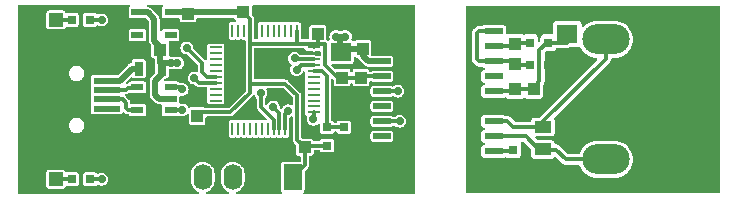
<source format=gbr>
G04 --- HEADER BEGIN --- *
G04 #@! TF.GenerationSoftware,LibrePCB,LibrePCB,0.2.0-unstable*
G04 #@! TF.CreationDate,2023-07-28T15:27:41*
G04 #@! TF.ProjectId,can2usb,565da67e-d1db-4e60-9fc1-0ba8a5c8bd0e,v1*
G04 #@! TF.Part,Single*
G04 #@! TF.SameCoordinates*
G04 #@! TF.FileFunction,Copper,L1,Top*
G04 #@! TF.FilePolarity,Positive*
%FSLAX66Y66*%
%MOMM*%
G01*
G75*
G04 --- HEADER END --- *
G04 --- APERTURE LIST BEGIN --- *
G04 #@! TA.AperFunction,SMDPad,CuDef*
%ADD10R,1.0X1.1*%
%ADD11R,1.1X1.0*%
G04 #@! TA.AperFunction,ComponentPad*
%ADD12O,1.587X2.19*%
%ADD13R,1.587X2.19*%
G04 #@! TA.AperFunction,SMDPad,CuDef*
%ADD14R,1.1X0.22*%
%ADD15R,0.22X1.1*%
%ADD16R,0.75X1.25*%
%ADD17R,0.8X0.75*%
G04 #@! TA.AperFunction,ComponentPad*
%ADD18O,4.0X2.54*%
G04 #@! TA.AperFunction,SMDPad,CuDef*
%ADD19R,1.2X1.2*%
%ADD20R,0.75X0.8*%
%ADD21R,1.4X1.0*%
%ADD22R,1.8X1.6*%
%ADD23R,1.535X0.48*%
%ADD24R,1.1X0.6*%
%ADD25R,2.5X2.0*%
%ADD26R,2.3X0.5*%
G04 #@! TA.AperFunction,ViaPad*
%ADD27C,0.7*%
G04 #@! TA.AperFunction,Conductor*
%ADD28C,0.5*%
%ADD29C,0.3*%
%ADD30C,0.01*%
G04 #@! TD*
G04 --- APERTURE LIST END --- *
G04 --- BOARD BEGIN --- *
D10*
G04 #@! TO.N,GND*
G04 #@! TO.C,C2*
G04 #@! TO.P,C2,2,2*
X14605000Y13792000D03*
G04 #@! TO.N,3V3*
G04 #@! TO.P,C2,1,1*
X14605000Y15492000D03*
D11*
G04 #@! TO.N,GND*
G04 #@! TO.C,C1*
G04 #@! TO.P,C1,2,2*
X10580000Y12419500D03*
G04 #@! TO.N,5V*
G04 #@! TO.P,C1,1,1*
X12280000Y12419500D03*
D10*
G04 #@! TO.N,GND*
G04 #@! TO.C,C8*
G04 #@! TO.P,C8,2,2*
X29415000Y14206000D03*
G04 #@! TO.N,5V*
G04 #@! TO.P,C8,1,1*
X29415000Y12506000D03*
D12*
G04 #@! TO.N,GND*
G04 #@! TO.C,J3*
G04 #@! TO.P,J3,2,2*
X20955000Y1625500D03*
D13*
G04 #@! TO.N,3V3*
G04 #@! TO.P,J3,1,1*
X23495000Y1625500D03*
D12*
G04 #@! TO.N,SWDIO*
G04 #@! TO.P,J3,4,4*
X15875000Y1625500D03*
G04 #@! TO.N,SWCLK*
G04 #@! TO.P,J3,3,3*
X18415000Y1625500D03*
D14*
G04 #@! TO.N,N/C*
G04 #@! TO.C,U1*
G04 #@! TO.P,U1,39,PB3*
X25263750Y8130000D03*
G04 #@! TO.N,GND*
G04 #@! TO.P,U1,47,VSS*
X25263750Y12130000D03*
G04 #@! TO.N,CAN_TX*
G04 #@! TO.P,U1,46,PB9*
X25263750Y11630000D03*
G04 #@! TO.N,N/C*
G04 #@! TO.P,U1,22,PB11*
X16963750Y8130000D03*
D15*
G04 #@! TO.N,D-*
G04 #@! TO.P,U1,32,PA11*
X21863750Y5730000D03*
D14*
G04 #@! TO.N,N/C*
G04 #@! TO.P,U1,15,PA5*
X16963750Y11630000D03*
G04 #@! TO.N,3V3*
G04 #@! TO.P,U1,24,VDD*
X16963750Y7130000D03*
D15*
G04 #@! TO.N,N/C*
G04 #@! TO.P,U1,25,PB12*
X18363750Y5730000D03*
D14*
G04 #@! TO.P,U1,41,PB5*
X25263750Y9130000D03*
G04 #@! TO.N,SWCLK*
G04 #@! TO.P,U1,37,PA14*
X25263750Y7130000D03*
D15*
G04 #@! TO.N,N/C*
G04 #@! TO.P,U1,12,PA2*
X18363750Y14030000D03*
G04 #@! TO.N,D+*
G04 #@! TO.P,U1,33,PA12*
X22363750Y5730000D03*
D14*
G04 #@! TO.N,CAN_RX*
G04 #@! TO.P,U1,45,PB8*
X25263750Y11130000D03*
D15*
G04 #@! TO.N,N/C*
G04 #@! TO.P,U1,4,PC15-OSC32_OUT*
X22363750Y14030000D03*
G04 #@! TO.N,3V3*
G04 #@! TO.P,U1,9,VDDA*
X19863750Y14030000D03*
D14*
G04 #@! TO.N,N/C*
G04 #@! TO.P,U1,21,PB10*
X16963750Y8630000D03*
G04 #@! TO.P,U1,16,PA6*
X16963750Y11130000D03*
G04 #@! TO.P,U1,14,PA4*
X16963750Y12130000D03*
D15*
G04 #@! TO.P,U1,10,PA0*
X19363750Y14030000D03*
G04 #@! TO.P,U1,30,PA9*
X20863750Y5730000D03*
G04 #@! TO.P,U1,11,PA1*
X18863750Y14030000D03*
D14*
G04 #@! TO.N,GND*
G04 #@! TO.P,U1,23,VSS*
X16963750Y7630000D03*
D15*
G04 #@! TO.N,3V3*
G04 #@! TO.P,U1,1,VBAT*
X23863750Y14030000D03*
G04 #@! TO.N,N/C*
G04 #@! TO.P,U1,29,PA8*
X20363750Y5730000D03*
D14*
G04 #@! TO.P,U1,40,PB4*
X25263750Y8630000D03*
D15*
G04 #@! TO.P,U1,6,PF1-OSC_OUT*
X21363750Y14030000D03*
G04 #@! TO.P,U1,7,NRST*
X20863750Y14030000D03*
G04 #@! TO.P,U1,26,PB13*
X18863750Y5730000D03*
D14*
G04 #@! TO.N,LED_RX*
G04 #@! TO.P,U1,19,PB1*
X16963750Y9630000D03*
D15*
G04 #@! TO.N,N/C*
G04 #@! TO.P,U1,2,PC13*
X23363750Y14030000D03*
D14*
G04 #@! TO.N,3V3*
G04 #@! TO.P,U1,48,VDD*
X25263750Y12630000D03*
G04 #@! TO.N,N/C*
G04 #@! TO.P,U1,38,PA15*
X25263750Y7630000D03*
D15*
G04 #@! TO.P,U1,27,PB14*
X19363750Y5730000D03*
G04 #@! TO.N,SWDIO*
G04 #@! TO.P,U1,34,PA13*
X22863750Y5730000D03*
G04 #@! TO.N,N/C*
G04 #@! TO.P,U1,5,PF0-OSC_IN*
X21863750Y14030000D03*
D14*
G04 #@! TO.P,U1,20,PB2*
X16963750Y9130000D03*
G04 #@! TO.N,LED_TX*
G04 #@! TO.P,U1,18,PB0*
X16963750Y10130000D03*
D15*
G04 #@! TO.N,GND*
G04 #@! TO.P,U1,8,VSSA*
X20363750Y14030000D03*
D14*
G04 #@! TO.N,N/C*
G04 #@! TO.P,U1,42,PB6*
X25263750Y9630000D03*
D15*
G04 #@! TO.N,3V3*
G04 #@! TO.P,U1,36,VDDIO2*
X23863750Y5730000D03*
D14*
G04 #@! TO.N,BOOT*
G04 #@! TO.P,U1,44,PF11*
X25263750Y10630000D03*
G04 #@! TO.N,N/C*
G04 #@! TO.P,U1,17,PA7*
X16963750Y10630000D03*
D15*
G04 #@! TO.P,U1,3,PC14-OSC32_IN*
X22863750Y14030000D03*
G04 #@! TO.N,GND*
G04 #@! TO.P,U1,35,VSS*
X23363750Y5730000D03*
G04 #@! TO.N,N/C*
G04 #@! TO.P,U1,28,PB15*
X19863750Y5730000D03*
D14*
G04 #@! TO.P,U1,13,PA3*
X16963750Y12630000D03*
G04 #@! TO.P,U1,43,PB7*
X25263750Y10130000D03*
D15*
G04 #@! TO.P,U1,31,PA10*
X21363750Y5730000D03*
D10*
G04 #@! TO.N,3V3*
G04 #@! TO.C,C9*
G04 #@! TO.P,C9,2,2*
X27666000Y10072000D03*
G04 #@! TO.N,GND*
G04 #@! TO.P,C9,1,1*
X27666000Y8372000D03*
D16*
G04 #@! TO.N,5V*
G04 #@! TO.C,F1*
G04 #@! TO.P,F1,2,2*
X12405000Y10832000D03*
G04 #@! TO.N,N1*
G04 #@! TO.P,F1,1,1*
X10455000Y10832000D03*
D17*
G04 #@! TO.N,BOOT*
G04 #@! TO.C,R1*
G04 #@! TO.P,R1,2,2*
X27825000Y5863000D03*
G04 #@! TO.N,GND*
G04 #@! TO.P,R1,1,1*
X27825000Y4313000D03*
D18*
G04 #@! TO.N,CANL*
G04 #@! TO.C,J2*
G04 #@! TO.P,J2,1,1*
X50000000Y3140000D03*
G04 #@! TO.N,GND_BUS*
G04 #@! TO.P,J2,2,2*
X50000000Y8220000D03*
G04 #@! TO.N,CANH*
G04 #@! TO.P,J2,3,3*
X50000000Y13300000D03*
D19*
G04 #@! TO.N,N2*
G04 #@! TO.C,LED2*
G04 #@! TO.P,LED2,A,A*
X3431250Y1466500D03*
G04 #@! TO.N,GND*
G04 #@! TO.P,LED2,C,C*
X1331250Y1466500D03*
D20*
G04 #@! TO.N,LED_RX*
G04 #@! TO.C,R15*
G04 #@! TO.P,R15,2,2*
X6331250Y1466500D03*
G04 #@! TO.N,N2*
G04 #@! TO.P,R15,1,1*
X4781250Y1466500D03*
D21*
G04 #@! TO.N,CANL*
G04 #@! TO.C,D1*
G04 #@! TO.P,D1,2,2*
X44672166Y3986300D03*
G04 #@! TO.N,GND_BUS*
G04 #@! TO.P,D1,3,COM*
X46872166Y4936300D03*
G04 #@! TO.N,CANH*
G04 #@! TO.P,D1,1,1*
X44672166Y5886300D03*
D22*
G04 #@! TO.N,GND*
G04 #@! TO.C,C7*
G04 #@! TO.P,C7,2,2*
X27548750Y15040250D03*
G04 #@! TO.N,5V*
G04 #@! TO.P,C7,1,1*
X27548750Y12240250D03*
D10*
G04 #@! TO.N,GND_BUS*
G04 #@! TO.C,C13*
G04 #@! TO.P,C13,2,2*
X43884000Y7418000D03*
G04 #@! TO.N,N9*
G04 #@! TO.P,C13,1,1*
X43884000Y9118000D03*
D23*
G04 #@! TO.N,5V*
G04 #@! TO.C,U3*
G04 #@! TO.P,U3,3,VCC*
X31043000Y11443000D03*
G04 #@! TO.N,CAN_RX*
G04 #@! TO.P,U3,5,RXD*
X31043000Y8903000D03*
G04 #@! TO.N,GND_BUS*
G04 #@! TO.P,U3,11,GND2*
X40507000Y2553000D03*
G04 #@! TO.N,N6*
G04 #@! TO.P,U3,19,V_ISOOUT*
X40507000Y12713000D03*
G04 #@! TO.N,GND*
G04 #@! TO.P,U3,9,AUX_IN*
X31043000Y3823000D03*
G04 #@! TO.N,N8*
G04 #@! TO.P,U3,12,R_S*
X40507000Y3823000D03*
G04 #@! TO.N,N10*
G04 #@! TO.P,U3,20,GND_ISO*
X40507000Y13983000D03*
G04 #@! TO.N,CANL*
G04 #@! TO.P,U3,13,CANL*
X40507000Y5093000D03*
G04 #@! TO.N,N9*
G04 #@! TO.P,U3,16,V_ISOIN*
X40507000Y8903000D03*
G04 #@! TO.N,CANH*
G04 #@! TO.P,U3,14,CANH*
X40507000Y6363000D03*
G04 #@! TO.N,N/C*
G04 #@! TO.P,U3,17,AUX_OUT*
X40507000Y10173000D03*
G04 #@! TO.N,GND_BUS*
G04 #@! TO.P,U3,15,GND2*
X40507000Y7633000D03*
G04 #@! TO.N,GND*
G04 #@! TO.P,U3,2,GND1*
X31043000Y12713000D03*
G04 #@! TO.N,N/C*
G04 #@! TO.P,U3,8,STBY*
X31043000Y5093000D03*
G04 #@! TO.N,3V3*
G04 #@! TO.P,U3,4,V_IO*
X31043000Y10173000D03*
G04 #@! TO.N,N10*
G04 #@! TO.P,U3,18,GND_ISO*
X40507000Y11443000D03*
G04 #@! TO.N,CAN_TX*
G04 #@! TO.P,U3,7,TXD*
X31043000Y6363000D03*
G04 #@! TO.N,GND*
G04 #@! TO.P,U3,1,GND1*
X31043000Y13983000D03*
G04 #@! TO.P,U3,10,GND1*
X31043000Y2553000D03*
G04 #@! TO.N,N/C*
G04 #@! TO.P,U3,6,SILENT*
X31043000Y7633000D03*
D20*
G04 #@! TO.N,LED_TX*
G04 #@! TO.C,R10*
G04 #@! TO.P,R10,2,2*
X6331250Y14959750D03*
G04 #@! TO.N,N3*
G04 #@! TO.P,R10,1,1*
X4781250Y14959750D03*
D10*
G04 #@! TO.N,GND_BUS*
G04 #@! TO.C,C14*
G04 #@! TO.P,C14,2,2*
X42294000Y7418000D03*
G04 #@! TO.N,N9*
G04 #@! TO.P,C14,1,1*
X42294000Y9118000D03*
D20*
G04 #@! TO.N,N10*
G04 #@! TO.C,L2*
G04 #@! TO.P,L2,2,2*
X43586000Y11130000D03*
G04 #@! TO.N,GND_BUS*
G04 #@! TO.P,L2,1,1*
X45136000Y11130000D03*
G04 #@! TO.N,N6*
G04 #@! TO.C,L1*
G04 #@! TO.P,L1,2,2*
X43586000Y13038000D03*
G04 #@! TO.N,N9*
G04 #@! TO.P,L1,1,1*
X45136000Y13038000D03*
D10*
G04 #@! TO.N,GND*
G04 #@! TO.C,C3*
G04 #@! TO.P,C3,2,2*
X25599000Y15478000D03*
G04 #@! TO.N,3V3*
G04 #@! TO.P,C3,1,1*
X25599000Y13778000D03*
D17*
G04 #@! TO.C,R2*
G04 #@! TO.P,R2,2,2*
X26394000Y4313000D03*
G04 #@! TO.N,BOOT*
G04 #@! TO.P,R2,1,1*
X26394000Y5863000D03*
D10*
G04 #@! TO.N,GND*
G04 #@! TO.C,C5*
G04 #@! TO.P,C5,2,2*
X15398750Y8508000D03*
G04 #@! TO.N,3V3*
G04 #@! TO.P,C5,1,1*
X15398750Y6808000D03*
G04 #@! TO.N,N10*
G04 #@! TO.C,C12*
G04 #@! TO.P,C12,2,2*
X42294000Y11234000D03*
G04 #@! TO.N,N6*
G04 #@! TO.P,C12,1,1*
X42294000Y12934000D03*
D19*
G04 #@! TO.N,N3*
G04 #@! TO.C,LED1*
G04 #@! TO.P,LED1,A,A*
X3431250Y14959750D03*
G04 #@! TO.N,GND*
G04 #@! TO.P,LED1,C,C*
X1331250Y14959750D03*
D24*
G04 #@! TO.N,5V*
G04 #@! TO.C,U4*
G04 #@! TO.P,U4,5,VBUS*
X13147500Y8292000D03*
G04 #@! TO.N,GND*
G04 #@! TO.P,U4,2,GND*
X10347500Y8292000D03*
G04 #@! TO.N,D-*
G04 #@! TO.P,U4,6,OUT1*
X13147500Y9242000D03*
G04 #@! TO.N,N4*
G04 #@! TO.P,U4,1,IN1*
X10347500Y9242000D03*
G04 #@! TO.N,N5*
G04 #@! TO.P,U4,3,IN2*
X10347500Y7342000D03*
G04 #@! TO.N,D+*
G04 #@! TO.P,U4,4,OUT2*
X13147500Y7342000D03*
D10*
G04 #@! TO.N,3V3*
G04 #@! TO.C,C10*
G04 #@! TO.P,C10,2,2*
X29256000Y10072000D03*
G04 #@! TO.N,GND*
G04 #@! TO.P,C10,1,1*
X29256000Y8372000D03*
D24*
G04 #@! TO.N,3V3*
G04 #@! TO.C,U2*
G04 #@! TO.P,U2,5,OUT*
X13147500Y15592000D03*
G04 #@! TO.N,N/C*
G04 #@! TO.P,U2,3*
X10347500Y13692000D03*
G04 #@! TO.N,GND*
G04 #@! TO.P,U2,2,GND*
X10347500Y14642000D03*
G04 #@! TO.N,5V*
G04 #@! TO.P,U2,1,IN*
X10347500Y15592000D03*
G04 #@! TO.N,N/C*
G04 #@! TO.P,U2,4*
X13147500Y13692000D03*
D25*
G04 #@! TO.N,GND*
G04 #@! TO.C,J1*
G04 #@! TO.P,J1,SHIELD3,Shield*
X2250000Y3770000D03*
G04 #@! TO.P,J1,SHIELD2,Shield*
X7750000Y12670000D03*
G04 #@! TO.P,J1,SHIELD4,Shield*
X7750000Y3770000D03*
G04 #@! TO.P,J1,SHIELD1,Shield*
X2250000Y12670000D03*
D26*
G04 #@! TO.N,N4*
G04 #@! TO.P,J1,2,D-*
X7750000Y9020000D03*
G04 #@! TO.N,N1*
G04 #@! TO.P,J1,1,VBUS*
X7750000Y9820000D03*
G04 #@! TO.N,N5*
G04 #@! TO.P,J1,3,D+*
X7750000Y8220000D03*
G04 #@! TO.N,GND*
G04 #@! TO.P,J1,5,GND*
X7750000Y6620000D03*
G04 #@! TO.N,N/C*
G04 #@! TO.P,J1,4,ID*
X7750000Y7420000D03*
D22*
G04 #@! TO.N,GND_BUS*
G04 #@! TO.C,C11*
G04 #@! TO.P,C11,2,2*
X46746000Y11002000D03*
G04 #@! TO.N,N9*
G04 #@! TO.P,C11,1,1*
X46746000Y13802000D03*
D17*
G04 #@! TO.N,GND_BUS*
G04 #@! TO.C,R3*
G04 #@! TO.P,R3,2,2*
X42135000Y2405000D03*
G04 #@! TO.N,N8*
G04 #@! TO.P,R3,1,1*
X42135000Y3955000D03*
D11*
G04 #@! TO.N,GND*
G04 #@! TO.C,C6*
G04 #@! TO.P,C6,2,2*
X21011250Y15595000D03*
G04 #@! TO.N,3V3*
G04 #@! TO.P,C6,1,1*
X19311250Y15595000D03*
G04 #@! TO.N,GND*
G04 #@! TO.C,C4*
G04 #@! TO.P,C4,2,2*
X22803750Y4165000D03*
G04 #@! TO.N,3V3*
G04 #@! TO.P,C4,1,1*
X24503750Y4165000D03*
D27*
G04 #@! TD.C*
G04 #@! TD.P*
G04 #@! TO.N,GND*
X24009000Y9699000D03*
X18732500Y12261250D03*
X2063750Y6228750D03*
D28*
G04 #@! TO.N,N1*
X7750000Y9820000D02*
X8830000Y9820000D01*
X8830000Y9820000D02*
X9842000Y10832000D01*
X10455000Y10832000D02*
X9842000Y10832000D01*
D27*
G04 #@! TO.N,GND*
X22860000Y15594500D03*
D29*
G04 #@! TO.N,BOOT*
X26394000Y5863000D02*
X26394000Y10176000D01*
X26394000Y5863000D02*
X27825000Y5863000D01*
X25940000Y10630000D02*
X26394000Y10176000D01*
X25263750Y10630000D02*
X25940000Y10630000D01*
D27*
G04 #@! TO.N,GND*
X16986250Y14166250D03*
X32873500Y3990000D03*
D29*
G04 #@! TO.N,N10*
X42135000Y11130000D02*
X42294000Y11234000D01*
X39278000Y11443000D02*
X39114000Y11607000D01*
X40339000Y13992000D02*
X40507000Y13983000D01*
X42135000Y11443000D02*
X42294000Y11234000D01*
X43586000Y11130000D02*
X42135000Y11130000D01*
X39114000Y13833000D02*
X39273000Y13992000D01*
X39114000Y11607000D02*
X39114000Y13833000D01*
X40507000Y11443000D02*
X42135000Y11443000D01*
X39273000Y13992000D02*
X40339000Y13992000D01*
X40507000Y11443000D02*
X39278000Y11443000D01*
D27*
G04 #@! TO.N,GND*
X18732500Y9880000D03*
D29*
G04 #@! TO.N,N8*
X41976000Y3823000D02*
X42135000Y3955000D01*
X40507000Y3823000D02*
X41976000Y3823000D01*
D27*
G04 #@! TO.N,GND_BUS*
X46274500Y9417500D03*
G04 #@! TO.N,SWDIO*
X23098000Y7260500D03*
D29*
X22863750Y5730000D02*
X22863750Y7026250D01*
X22863750Y7026250D02*
X23098000Y7260500D01*
D27*
G04 #@! TO.N,GND*
X8414000Y15753500D03*
G04 #@! TO.N,GND_BUS*
X53340000Y15595000D03*
G04 #@! TO.N,GND*
X32868750Y12908500D03*
G04 #@! TO.N,GND_BUS*
X46678000Y975500D03*
X43262500Y3840500D03*
D29*
G04 #@! TO.N,GND*
X20363750Y14030000D02*
X20363750Y14947500D01*
X20363750Y14947500D02*
X21011250Y15595000D01*
D27*
G04 #@! TO.N,GND_BUS*
X53340000Y672500D03*
G04 #@! TO.N,GND*
X33025500Y671000D03*
X22382750Y8531000D03*
G04 #@! TO.N,GND_BUS*
X38737000Y6856500D03*
D29*
G04 #@! TO.N,N4*
X10327500Y9222000D02*
X10347500Y9242000D01*
X9338000Y9020000D02*
X9540000Y9222000D01*
X7750000Y9020000D02*
X9338000Y9020000D01*
X9540000Y9222000D02*
X10327500Y9222000D01*
D27*
G04 #@! TO.N,CAN_TX*
X32545500Y6383500D03*
X23653250Y11705250D03*
D29*
X23887500Y11630000D02*
X23653250Y11705250D01*
X31043000Y6363000D02*
X32525000Y6363000D01*
X25263750Y11630000D02*
X23887500Y11630000D01*
X32525000Y6363000D02*
X32545500Y6383500D01*
D27*
G04 #@! TO.N,GND*
X20670000Y12084000D03*
D29*
G04 #@! TO.N,GND_BUS*
X46587000Y11130000D02*
X46746000Y11002000D01*
X45136000Y11130000D02*
X46587000Y11130000D01*
D27*
X38889000Y15688500D03*
D29*
G04 #@! TO.N,N2*
X3431250Y1466500D02*
X4781250Y1466500D01*
D27*
G04 #@! TO.N,LED_RX*
X7302500Y1466500D03*
X15160750Y10038750D03*
D29*
X7302500Y1466500D02*
X6331250Y1466500D01*
X15569500Y9630000D02*
X15160750Y10038750D01*
X16963750Y9630000D02*
X15569500Y9630000D01*
G04 #@! TO.N,N9*
X45136000Y13038000D02*
X44977000Y13018000D01*
X44977000Y13018000D02*
X44361000Y12402000D01*
X40507000Y8903000D02*
X41976000Y8903000D01*
X41976000Y8903000D02*
X42294000Y9118000D01*
X44361000Y9754000D02*
X43884000Y9118000D01*
X42294000Y9118000D02*
X43884000Y9118000D01*
X44361000Y12402000D02*
X44361000Y9754000D01*
X46746000Y13038000D02*
X46746000Y13802000D01*
X45136000Y13038000D02*
X46746000Y13038000D01*
D27*
G04 #@! TO.N,GND*
X25872250Y832000D03*
G04 #@! TO.N,D-*
X14128750Y9085500D03*
X20796250Y8768750D03*
D29*
X21863750Y6510000D02*
X20796250Y7577500D01*
X13967250Y9242000D02*
X14128750Y9085500D01*
X20796250Y8768750D02*
X20796250Y7577500D01*
X21863750Y5730000D02*
X21863750Y6510000D01*
X13147500Y9242000D02*
X13967250Y9242000D01*
D27*
G04 #@! TO.N,LED_TX*
X7302500Y14959750D03*
X14526250Y12579250D03*
D29*
X7302500Y14959750D02*
X6331250Y14959750D01*
X15820500Y10569500D02*
X15820500Y11289000D01*
X16963750Y10130000D02*
X16260000Y10130000D01*
X16260000Y10130000D02*
X15820500Y10569500D01*
X15820500Y11289000D02*
X14530250Y12579250D01*
X14530250Y12579250D02*
X14526250Y12579250D01*
G04 #@! TO.N,CANH*
X44672166Y5886300D02*
X44679000Y6360000D01*
X44668866Y5883000D02*
X44672166Y5886300D01*
X42135000Y5883000D02*
X44668866Y5883000D01*
X50000000Y11681000D02*
X44679000Y6360000D01*
X50000000Y13300000D02*
X50000000Y11681000D01*
X41655000Y6363000D02*
X42135000Y5883000D01*
X40507000Y6363000D02*
X41655000Y6363000D01*
D27*
G04 #@! TO.N,GND_BUS*
X42310000Y15596000D03*
X38737000Y3839000D03*
G04 #@! TO.N,GND*
X13175000Y6228250D03*
G04 #@! TO.N,GND_BUS*
X44843500Y14163500D03*
G04 #@! TO.N,GND*
X18258500Y4322250D03*
G04 #@! TO.N,GND_BUS*
X43179000Y2406000D03*
G04 #@! TO.N,GND*
X21113750Y10276750D03*
X32863250Y15753500D03*
D29*
G04 #@! TO.N,N6*
X40507000Y12713000D02*
X42135000Y12713000D01*
X42135000Y12713000D02*
X42294000Y12934000D01*
X42135000Y13038000D02*
X42294000Y12934000D01*
X43586000Y13038000D02*
X42135000Y13038000D01*
G04 #@! TO.N,GND_BUS*
X40507000Y7633000D02*
X41976000Y7633000D01*
X42294000Y7418000D02*
X43884000Y7418000D01*
X41976000Y7633000D02*
X42294000Y7418000D01*
D27*
G04 #@! TO.N,GND*
X29370250Y15597500D03*
X28416250Y7177750D03*
D29*
G04 #@! TO.N,3V3*
X23863750Y4805000D02*
X24503750Y4165000D01*
X19843750Y9562500D02*
X19843750Y8768750D01*
X27666000Y10072000D02*
X27293000Y10072000D01*
X23863750Y8558750D02*
X22860000Y9562500D01*
X15720750Y7130000D02*
X15398750Y6808000D01*
X19843750Y9562500D02*
X22860000Y9562500D01*
D28*
X19311250Y15595000D02*
X14758000Y15595000D01*
D29*
X25599000Y12948000D02*
X25599000Y13778000D01*
X23863750Y5730000D02*
X23863750Y8558750D01*
X19843750Y12896750D02*
X19843750Y9562500D01*
D28*
X14346000Y15592000D02*
X14605000Y15492000D01*
X13147500Y15592000D02*
X14346000Y15592000D01*
D29*
X23863750Y5730000D02*
X23863750Y4805000D01*
X31043000Y10173000D02*
X29357000Y10173000D01*
X26166000Y12948000D02*
X26235000Y12879000D01*
X24651750Y4313000D02*
X26394000Y4313000D01*
X25281000Y12948000D02*
X25599000Y12948000D01*
X19895000Y12948000D02*
X19843750Y12896750D01*
X19863750Y15042500D02*
X19311250Y15595000D01*
X23863750Y14030000D02*
X23863750Y13055500D01*
X23971250Y12948000D02*
X19895000Y12948000D01*
X23863750Y13055500D02*
X23971250Y12948000D01*
X24503750Y4165000D02*
X24503750Y2634250D01*
X26235000Y12879000D02*
X26235000Y11130000D01*
D28*
X14605000Y15492000D02*
X14543000Y15492000D01*
D29*
X25281000Y12948000D02*
X23971250Y12948000D01*
X25281000Y12948000D02*
X26166000Y12948000D01*
X16963750Y7130000D02*
X15720750Y7130000D01*
X25263750Y12630000D02*
X25281000Y12630000D01*
X29256000Y10072000D02*
X27666000Y10072000D01*
X19863750Y14030000D02*
X19863750Y15042500D01*
X16963750Y7130000D02*
X18205000Y7130000D01*
X18205000Y7130000D02*
X19843750Y8768750D01*
D28*
X14543000Y15492000D02*
X14758000Y15595000D01*
D29*
X24503750Y2634250D02*
X23495000Y1625500D01*
X19843750Y12896750D02*
X19843750Y14010000D01*
X19843750Y14010000D02*
X19863750Y14030000D01*
X24503750Y4165000D02*
X24651750Y4313000D01*
X27293000Y10072000D02*
X26235000Y11130000D01*
X29357000Y10173000D02*
X29256000Y10072000D01*
X25281000Y12630000D02*
X25281000Y12948000D01*
D27*
G04 #@! TO.N,GND_BUS*
X45173500Y9395000D03*
D29*
G04 #@! TO.N,N5*
X9381000Y7950000D02*
X9381000Y7473000D01*
X7750000Y8220000D02*
X9111000Y8220000D01*
X9540000Y7314000D02*
X10319500Y7314000D01*
X10319500Y7314000D02*
X10347500Y7342000D01*
X9381000Y7473000D02*
X9540000Y7314000D01*
X9111000Y8220000D02*
X9381000Y7950000D01*
D27*
G04 #@! TO.N,GND*
X19843750Y6863250D03*
G04 #@! TO.N,GND_BUS*
X59055000Y990000D03*
G04 #@! TO.N,GND*
X24761750Y5418500D03*
D29*
X16963750Y7630000D02*
X16276750Y7630000D01*
X16276750Y7630000D02*
X15398750Y8508000D01*
D27*
G04 #@! TO.N,D+*
X14128750Y7339500D03*
X21827750Y7577500D03*
D29*
X22363750Y5730000D02*
X22363750Y7041500D01*
X13147500Y7342000D02*
X14128750Y7342000D01*
X14128750Y7342000D02*
X14128750Y7339500D01*
X22363750Y7041500D02*
X21827750Y7577500D01*
D27*
G04 #@! TO.N,GND_BUS*
X59055000Y15595000D03*
G04 #@! TO.N,GND*
X5080000Y13213750D03*
G04 #@! TO.N,SWCLK*
X25241250Y6546500D03*
D29*
X25263750Y7130000D02*
X25263750Y6523750D01*
X25263750Y6523750D02*
X25241250Y6546500D01*
D27*
G04 #@! TO.N,GND*
X7457250Y5593500D03*
D29*
X23363750Y5730000D02*
X23363750Y4725000D01*
X23363750Y4725000D02*
X22803750Y4165000D01*
X20955000Y1625500D02*
X20955000Y2895000D01*
X22225000Y4165000D02*
X20955000Y2895000D01*
X22803750Y4165000D02*
X22225000Y4165000D01*
D27*
X22542000Y11308250D03*
D29*
G04 #@! TO.N,CANL*
X45792000Y3975000D02*
X44683466Y3975000D01*
X43243000Y5093000D02*
X44361000Y3975000D01*
X50000000Y3140000D02*
X46627000Y3140000D01*
X44683466Y3975000D02*
X44672166Y3986300D01*
X44672166Y3986300D02*
X44361000Y3975000D01*
X46627000Y3140000D02*
X45792000Y3975000D01*
X40507000Y5093000D02*
X43243000Y5093000D01*
D27*
G04 #@! TO.N,5V*
X27147750Y13544500D03*
X13176000Y11309000D03*
X27941500Y13544500D03*
X13731250Y11309000D03*
D28*
X12139500Y8292000D02*
X11845500Y8586000D01*
X12405000Y10355000D02*
X12405000Y10832000D01*
X12405000Y11309000D02*
X12280000Y11275000D01*
X13147500Y8292000D02*
X12139500Y8292000D01*
X27496500Y12029000D02*
X27507000Y12177500D01*
X27507000Y12506000D02*
X29415000Y12506000D01*
X27496500Y12029000D02*
X27548750Y12240250D01*
X12405000Y11309000D02*
X12405000Y10832000D01*
X27507000Y12177500D02*
X27507000Y12506000D01*
X27507000Y12177500D02*
X27507000Y13544500D01*
X12280000Y12683000D02*
X12280000Y12419500D01*
X13176000Y11309000D02*
X12405000Y11309000D01*
X12280000Y11275000D02*
X12280000Y12419500D01*
X29415000Y12506000D02*
X29415000Y11925000D01*
X27507000Y13544500D02*
X27147750Y13544500D01*
X11845500Y8586000D02*
X11845500Y9795500D01*
X31043000Y11443000D02*
X30001000Y11443000D01*
X11845500Y9795500D02*
X12405000Y10355000D01*
X11199500Y15592000D02*
X11766000Y15025500D01*
X29897000Y11443000D02*
X29415000Y11925000D01*
X11766000Y15025500D02*
X11766000Y13197000D01*
X11766000Y13197000D02*
X12280000Y12683000D01*
X27507000Y13544500D02*
X27941500Y13544500D01*
X30001000Y11443000D02*
X29897000Y11443000D01*
X13176000Y11309000D02*
X13731250Y11309000D01*
X10347500Y15592000D02*
X11199500Y15592000D01*
D27*
G04 #@! TO.N,GND_BUS*
X47395500Y7020500D03*
G04 #@! TO.N,GND*
X2063750Y10038750D03*
X12064250Y2421750D03*
X5080000Y3212500D03*
G04 #@! TO.N,GND_BUS*
X38737000Y822000D03*
X38737000Y9874500D03*
D29*
G04 #@! TO.N,N3*
X4781250Y14959750D02*
X3431250Y14959750D01*
D27*
G04 #@! TO.N,CAN_RX*
X32390250Y8925500D03*
X23812250Y10752750D03*
D29*
X31043000Y8903000D02*
X32367750Y8903000D01*
X25263750Y11130000D02*
X24189500Y11130000D01*
X32367750Y8903000D02*
X32390250Y8925500D01*
X24189500Y11130000D02*
X23812250Y10752750D01*
D30*
G04 #@! TA.AperFunction,Conductor*
G04 #@! TO.N,GND_BUS*
G36*
X38160000Y399999D02*
X38179500Y340672D01*
X38259999Y300000D01*
X49271962Y300000D01*
X49271962Y1570000D01*
X49268048Y1570154D01*
X49028307Y1589021D01*
X49020583Y1590245D01*
X48788667Y1645923D01*
X48781211Y1648346D01*
X48560865Y1739616D01*
X48553883Y1743174D01*
X48350527Y1867790D01*
X48344191Y1872393D01*
X48162830Y2027290D01*
X48157290Y2032830D01*
X48002393Y2214191D01*
X47997790Y2220527D01*
X47873174Y2423883D01*
X47869616Y2430866D01*
X47787848Y2628269D01*
X47747129Y2675618D01*
X47695461Y2690000D01*
X46630570Y2690000D01*
X46623466Y2690508D01*
X46582885Y2696343D01*
X46575786Y2697106D01*
X46538486Y2699773D01*
X46519491Y2703906D01*
X46512345Y2705730D01*
X46493716Y2711199D01*
X46459686Y2726740D01*
X46453092Y2729471D01*
X46418040Y2742545D01*
X46400994Y2751853D01*
X46394634Y2755628D01*
X46378306Y2766121D01*
X46350042Y2790613D01*
X46344481Y2795094D01*
X46311667Y2819657D01*
X46306272Y2824332D01*
X45781650Y3348954D01*
X45725911Y3377116D01*
X45664333Y3366718D01*
X45621839Y3323641D01*
X45618441Y3316971D01*
X45609308Y3304401D01*
X45554065Y3249158D01*
X45541492Y3240023D01*
X45471884Y3204556D01*
X45457097Y3199752D01*
X45376048Y3186915D01*
X45368235Y3186300D01*
X43976097Y3186300D01*
X43968284Y3186915D01*
X43887235Y3199752D01*
X43872448Y3204556D01*
X43802840Y3240023D01*
X43790267Y3249158D01*
X43735024Y3304401D01*
X43725889Y3316974D01*
X43690422Y3386582D01*
X43685618Y3401369D01*
X43672781Y3482418D01*
X43672166Y3490231D01*
X43672166Y3986017D01*
X43642877Y4056727D01*
X43085893Y4613711D01*
X43015183Y4643000D01*
X42871255Y4643000D01*
X42811928Y4623500D01*
X42775739Y4572605D01*
X42782155Y4497603D01*
X42816744Y4429718D01*
X42821548Y4414931D01*
X42834385Y4333882D01*
X42835000Y4326069D01*
X42835000Y3583931D01*
X42834385Y3576118D01*
X42821548Y3495069D01*
X42816744Y3480282D01*
X42781277Y3410674D01*
X42772142Y3398101D01*
X42716899Y3342858D01*
X42704326Y3333723D01*
X42634718Y3298256D01*
X42619931Y3293452D01*
X42538882Y3280615D01*
X42531069Y3280000D01*
X41738931Y3280000D01*
X41731118Y3280615D01*
X41650069Y3293452D01*
X41635282Y3298256D01*
X41565676Y3333722D01*
X41561460Y3336785D01*
X41502001Y3355879D01*
X41451375Y3339237D01*
X41450836Y3340295D01*
X41444006Y3336815D01*
X41443906Y3336782D01*
X41443823Y3336722D01*
X41374218Y3301256D01*
X41359431Y3296452D01*
X41278382Y3283615D01*
X41270569Y3283000D01*
X39743431Y3283000D01*
X39735618Y3283615D01*
X39654569Y3296452D01*
X39639782Y3301256D01*
X39570174Y3336723D01*
X39557601Y3345858D01*
X39502358Y3401101D01*
X39493223Y3413674D01*
X39457756Y3483282D01*
X39452952Y3498069D01*
X39440115Y3579118D01*
X39439500Y3586931D01*
X39439500Y4059069D01*
X39440115Y4066882D01*
X39452952Y4147931D01*
X39457756Y4162718D01*
X39493223Y4232326D01*
X39502358Y4244899D01*
X39557601Y4300142D01*
X39570174Y4309277D01*
X39639782Y4344744D01*
X39654569Y4349548D01*
X39715710Y4359232D01*
X39771256Y4387773D01*
X39799039Y4443702D01*
X39788221Y4505208D01*
X39715710Y4556768D01*
X39654569Y4566452D01*
X39639782Y4571256D01*
X39570174Y4606723D01*
X39557601Y4615858D01*
X39502358Y4671101D01*
X39493223Y4683674D01*
X39457756Y4753282D01*
X39452952Y4768069D01*
X39440115Y4849118D01*
X39439500Y4856931D01*
X39439500Y5329069D01*
X39440115Y5336882D01*
X39452952Y5417931D01*
X39457756Y5432718D01*
X39493223Y5502326D01*
X39502358Y5514899D01*
X39557601Y5570142D01*
X39570174Y5579277D01*
X39639782Y5614744D01*
X39654569Y5619548D01*
X39715710Y5629232D01*
X39771256Y5657773D01*
X39799039Y5713702D01*
X39788221Y5775208D01*
X39715710Y5826768D01*
X39654569Y5836452D01*
X39639782Y5841256D01*
X39570174Y5876723D01*
X39557601Y5885858D01*
X39502358Y5941101D01*
X39493223Y5953674D01*
X39457756Y6023282D01*
X39452952Y6038069D01*
X39440115Y6119118D01*
X39439500Y6126931D01*
X39439500Y6599069D01*
X39440115Y6606882D01*
X39452952Y6687931D01*
X39457756Y6702718D01*
X39493223Y6772326D01*
X39502358Y6784899D01*
X39557601Y6840142D01*
X39570174Y6849277D01*
X39639782Y6884744D01*
X39654569Y6889548D01*
X39735618Y6902385D01*
X39743431Y6903000D01*
X41270569Y6903000D01*
X41278382Y6902385D01*
X41359431Y6889548D01*
X41374218Y6884744D01*
X41443826Y6849277D01*
X41462769Y6835514D01*
X41464582Y6838010D01*
X41524962Y6813000D01*
X41651430Y6813000D01*
X41658534Y6812492D01*
X41699115Y6806657D01*
X41706214Y6805894D01*
X41743514Y6803227D01*
X41762509Y6799094D01*
X41769655Y6797270D01*
X41788284Y6791801D01*
X41822314Y6776260D01*
X41828908Y6773529D01*
X41863960Y6760455D01*
X41881006Y6751147D01*
X41887366Y6747372D01*
X41903694Y6736879D01*
X41931958Y6712387D01*
X41937519Y6707906D01*
X41970333Y6683343D01*
X41975728Y6678668D01*
X42292107Y6362289D01*
X42362817Y6333000D01*
X43578317Y6333000D01*
X43637644Y6352500D01*
X43677085Y6417356D01*
X43685618Y6471231D01*
X43690422Y6486018D01*
X43725889Y6555626D01*
X43735024Y6568199D01*
X43790267Y6623442D01*
X43802840Y6632577D01*
X43872448Y6668044D01*
X43887235Y6672848D01*
X43968284Y6685685D01*
X43976097Y6686300D01*
X44327483Y6686300D01*
X44398193Y6715589D01*
X49248818Y11566214D01*
X49276980Y11621953D01*
X49266582Y11683531D01*
X49221678Y11726932D01*
X49185953Y11736615D01*
X49028308Y11749021D01*
X49020583Y11750245D01*
X48788667Y11805923D01*
X48781211Y11808346D01*
X48560865Y11899616D01*
X48553883Y11903174D01*
X48350527Y12027790D01*
X48344191Y12032393D01*
X48162830Y12187290D01*
X48157290Y12192830D01*
X48002393Y12374191D01*
X47997790Y12380527D01*
X47873174Y12583883D01*
X47869616Y12590865D01*
X47842818Y12655563D01*
X47802099Y12702912D01*
X47734787Y12716063D01*
X47649880Y12702615D01*
X47642069Y12702000D01*
X47076409Y12702000D01*
X47022356Y12686132D01*
X47019640Y12684387D01*
X47008206Y12675829D01*
X46994693Y12664120D01*
X46982782Y12656465D01*
X46966519Y12649038D01*
X46953994Y12642199D01*
X46938954Y12632533D01*
X46926074Y12626651D01*
X46908923Y12621615D01*
X46895556Y12616629D01*
X46879290Y12609201D01*
X46865698Y12605210D01*
X46848005Y12602666D01*
X46834063Y12599633D01*
X46816907Y12594595D01*
X46802890Y12592580D01*
X46785006Y12592580D01*
X46770775Y12591562D01*
X46749535Y12588508D01*
X46742430Y12588000D01*
X45879356Y12588000D01*
X45820029Y12568500D01*
X45790256Y12533400D01*
X45757275Y12468672D01*
X45748142Y12456101D01*
X45692899Y12400858D01*
X45680326Y12391723D01*
X45610718Y12356256D01*
X45595931Y12351452D01*
X45514882Y12338615D01*
X45507069Y12338000D01*
X44974818Y12338000D01*
X44904108Y12308711D01*
X44840289Y12244892D01*
X44811000Y12174182D01*
X44811000Y9757572D01*
X44810492Y9750466D01*
X44810195Y9748402D01*
X44809639Y9733031D01*
X44808297Y9714505D01*
X44800366Y9678205D01*
X44799080Y9671093D01*
X44793790Y9634298D01*
X44788565Y9616505D01*
X44785559Y9607488D01*
X44779052Y9590088D01*
X44761211Y9557485D01*
X44757973Y9551022D01*
X44742534Y9517216D01*
X44732495Y9501594D01*
X44723713Y9488957D01*
X44722720Y9487143D01*
X44718856Y9481142D01*
X44703999Y9461332D01*
X44684000Y9401333D01*
X44684000Y8571931D01*
X44683385Y8564118D01*
X44670548Y8483069D01*
X44665744Y8468282D01*
X44630277Y8398674D01*
X44621142Y8386101D01*
X44565899Y8330858D01*
X44553326Y8321723D01*
X44483718Y8286256D01*
X44468931Y8281452D01*
X44387882Y8268615D01*
X44380069Y8268000D01*
X43387931Y8268000D01*
X43380118Y8268615D01*
X43299069Y8281452D01*
X43284282Y8286256D01*
X43214674Y8321723D01*
X43202101Y8330858D01*
X43159710Y8373249D01*
X43103971Y8401411D01*
X43018290Y8373249D01*
X42975899Y8330858D01*
X42963326Y8321723D01*
X42893718Y8286256D01*
X42878931Y8281452D01*
X42797882Y8268615D01*
X42790069Y8268000D01*
X41797931Y8268000D01*
X41790118Y8268615D01*
X41709069Y8281452D01*
X41694282Y8286256D01*
X41624674Y8321723D01*
X41612101Y8330858D01*
X41551295Y8391664D01*
X41549089Y8389458D01*
X41509653Y8417917D01*
X41433985Y8411709D01*
X41374218Y8381256D01*
X41359431Y8376452D01*
X41278382Y8363615D01*
X41270569Y8363000D01*
X39743431Y8363000D01*
X39735618Y8363615D01*
X39654569Y8376452D01*
X39639782Y8381256D01*
X39570174Y8416723D01*
X39557601Y8425858D01*
X39502358Y8481101D01*
X39493223Y8493674D01*
X39457756Y8563282D01*
X39452952Y8578069D01*
X39440115Y8659118D01*
X39439500Y8666931D01*
X39439500Y9139069D01*
X39440115Y9146882D01*
X39452952Y9227931D01*
X39457756Y9242718D01*
X39493223Y9312326D01*
X39502358Y9324899D01*
X39557601Y9380142D01*
X39570174Y9389277D01*
X39639782Y9424744D01*
X39654569Y9429548D01*
X39715710Y9439232D01*
X39771256Y9467773D01*
X39799039Y9523702D01*
X39788221Y9585208D01*
X39715710Y9636768D01*
X39654569Y9646452D01*
X39639782Y9651256D01*
X39570174Y9686723D01*
X39557601Y9695858D01*
X39502358Y9751101D01*
X39493223Y9763674D01*
X39457756Y9833282D01*
X39452952Y9848069D01*
X39440115Y9929118D01*
X39439500Y9936931D01*
X39439500Y10409069D01*
X39440115Y10416882D01*
X39452952Y10497931D01*
X39457756Y10512718D01*
X39493223Y10582326D01*
X39502358Y10594899D01*
X39557601Y10650142D01*
X39570174Y10659277D01*
X39639782Y10694744D01*
X39654569Y10699548D01*
X39715710Y10709232D01*
X39771256Y10737773D01*
X39799039Y10793702D01*
X39788221Y10855208D01*
X39715710Y10906768D01*
X39654569Y10916452D01*
X39639782Y10921256D01*
X39570174Y10956723D01*
X39551231Y10970486D01*
X39549418Y10967990D01*
X39489038Y10993000D01*
X39281570Y10993000D01*
X39274466Y10993508D01*
X39233885Y10999343D01*
X39226786Y11000106D01*
X39189486Y11002773D01*
X39170491Y11006906D01*
X39163345Y11008730D01*
X39144716Y11014199D01*
X39110686Y11029740D01*
X39104092Y11032471D01*
X39069040Y11045545D01*
X39051994Y11054853D01*
X39045634Y11058628D01*
X39029306Y11069121D01*
X39001042Y11093613D01*
X38995481Y11098094D01*
X38962667Y11122657D01*
X38957272Y11127332D01*
X38798332Y11286272D01*
X38793657Y11291667D01*
X38769094Y11324481D01*
X38764613Y11330042D01*
X38740121Y11358306D01*
X38729628Y11374634D01*
X38725853Y11380994D01*
X38716545Y11398040D01*
X38703471Y11433092D01*
X38700740Y11439686D01*
X38685199Y11473716D01*
X38679730Y11492345D01*
X38677906Y11499491D01*
X38673773Y11518486D01*
X38671106Y11555786D01*
X38670343Y11562885D01*
X38664508Y11603466D01*
X38664000Y11610570D01*
X38664000Y13829430D01*
X38664508Y13836534D01*
X38670345Y13877128D01*
X38671108Y13884227D01*
X38673775Y13921518D01*
X38677904Y13940501D01*
X38679742Y13947701D01*
X38685199Y13966285D01*
X38700747Y14000330D01*
X38703479Y14006926D01*
X38716546Y14041959D01*
X38725851Y14059000D01*
X38729636Y14065379D01*
X38740118Y14081692D01*
X38764619Y14109967D01*
X38769099Y14115526D01*
X38793666Y14148343D01*
X38798329Y14153725D01*
X38952275Y14307671D01*
X38957657Y14312334D01*
X38990474Y14336901D01*
X38996033Y14341381D01*
X39024308Y14365882D01*
X39040621Y14376364D01*
X39047000Y14380149D01*
X39064041Y14389454D01*
X39099074Y14402521D01*
X39105670Y14405253D01*
X39139715Y14420801D01*
X39158299Y14426258D01*
X39165499Y14428096D01*
X39184482Y14432225D01*
X39221773Y14434892D01*
X39228872Y14435655D01*
X39269466Y14441492D01*
X39276570Y14442000D01*
X39500140Y14442000D01*
X39558918Y14461098D01*
X39570178Y14469279D01*
X39639782Y14504744D01*
X39654569Y14509548D01*
X39735618Y14522385D01*
X39743431Y14523000D01*
X41270569Y14523000D01*
X41278382Y14522385D01*
X41359431Y14509548D01*
X41374218Y14504744D01*
X41443826Y14469277D01*
X41456399Y14460142D01*
X41511642Y14404899D01*
X41520777Y14392326D01*
X41556244Y14322718D01*
X41561048Y14307931D01*
X41573885Y14226882D01*
X41574500Y14219069D01*
X41574500Y13864461D01*
X41594000Y13805134D01*
X41644895Y13768945D01*
X41701293Y13769329D01*
X41701295Y13769317D01*
X41701374Y13769330D01*
X41705402Y13769357D01*
X41709067Y13770548D01*
X41790118Y13783385D01*
X41797931Y13784000D01*
X42790069Y13784000D01*
X42797882Y13783385D01*
X42878931Y13770548D01*
X42893718Y13765744D01*
X42963326Y13730277D01*
X42982269Y13716514D01*
X42984267Y13719264D01*
X43026888Y13697730D01*
X43087258Y13707503D01*
X43111280Y13719743D01*
X43126069Y13724548D01*
X43207118Y13737385D01*
X43214931Y13738000D01*
X43957069Y13738000D01*
X43964882Y13737385D01*
X44045931Y13724548D01*
X44060718Y13719744D01*
X44130326Y13684277D01*
X44142899Y13675142D01*
X44198142Y13619899D01*
X44207277Y13607326D01*
X44242744Y13537718D01*
X44247548Y13522931D01*
X44260385Y13441882D01*
X44261000Y13434069D01*
X44261000Y13179816D01*
X44280500Y13120489D01*
X44331395Y13084300D01*
X44393836Y13085362D01*
X44431709Y13109106D01*
X44431711Y13109108D01*
X44461000Y13179818D01*
X44461000Y13434069D01*
X44461615Y13441882D01*
X44474452Y13522931D01*
X44479256Y13537718D01*
X44514723Y13607326D01*
X44523858Y13619899D01*
X44579101Y13675142D01*
X44591674Y13684277D01*
X44661282Y13719744D01*
X44676069Y13724548D01*
X44757118Y13737385D01*
X44764931Y13738000D01*
X45446001Y13738000D01*
X45505328Y13757500D01*
X45546000Y13837999D01*
X45546000Y14598069D01*
X45546615Y14605882D01*
X45559452Y14686931D01*
X45564256Y14701718D01*
X45599723Y14771326D01*
X45608858Y14783899D01*
X45664101Y14839142D01*
X45676674Y14848277D01*
X45746282Y14883744D01*
X45761069Y14888548D01*
X45842118Y14901385D01*
X45849931Y14902000D01*
X47642069Y14902000D01*
X47649882Y14901385D01*
X47730931Y14888548D01*
X47745718Y14883744D01*
X47815326Y14848277D01*
X47827899Y14839142D01*
X47883142Y14783899D01*
X47892277Y14771326D01*
X47927744Y14701718D01*
X47932548Y14686931D01*
X47945385Y14605882D01*
X47946000Y14598069D01*
X47946000Y14430840D01*
X47965500Y14371513D01*
X48016395Y14335324D01*
X48078836Y14336386D01*
X48122039Y14365896D01*
X48157290Y14407170D01*
X48162830Y14412710D01*
X48344191Y14567607D01*
X48350527Y14572210D01*
X48553883Y14696826D01*
X48560865Y14700384D01*
X48781211Y14791654D01*
X48788667Y14794077D01*
X49020583Y14849755D01*
X49028307Y14850979D01*
X49268048Y14869846D01*
X49271961Y14870000D01*
X50728039Y14870000D01*
X50731952Y14869846D01*
X50971693Y14850979D01*
X50979417Y14849755D01*
X51211333Y14794077D01*
X51218789Y14791654D01*
X51439135Y14700384D01*
X51446117Y14696826D01*
X51649473Y14572210D01*
X51655809Y14567607D01*
X51837170Y14412710D01*
X51842710Y14407170D01*
X51997607Y14225809D01*
X52002210Y14219473D01*
X52126826Y14016117D01*
X52130384Y14009135D01*
X52221654Y13788789D01*
X52224077Y13781333D01*
X52279755Y13549417D01*
X52280979Y13541693D01*
X52299692Y13303914D01*
X52299692Y13296086D01*
X52280979Y13058307D01*
X52279755Y13050583D01*
X52224077Y12818667D01*
X52221654Y12811211D01*
X52130384Y12590865D01*
X52126826Y12583883D01*
X52002210Y12380527D01*
X51997607Y12374191D01*
X51842710Y12192830D01*
X51837170Y12187290D01*
X51655809Y12032393D01*
X51649473Y12027790D01*
X51446117Y11903174D01*
X51439135Y11899616D01*
X51218789Y11808346D01*
X51211333Y11805923D01*
X50979417Y11750245D01*
X50971693Y11749021D01*
X50731952Y11730154D01*
X50728038Y11730000D01*
X50543695Y11730000D01*
X50484368Y11710500D01*
X50444715Y11644239D01*
X50443658Y11636891D01*
X50442894Y11629786D01*
X50440227Y11592486D01*
X50436094Y11573491D01*
X50434270Y11566345D01*
X50428801Y11547716D01*
X50413260Y11513686D01*
X50410529Y11507092D01*
X50397455Y11472040D01*
X50388147Y11454994D01*
X50384372Y11448634D01*
X50373879Y11432306D01*
X50349387Y11404042D01*
X50344906Y11398481D01*
X50320343Y11365667D01*
X50315668Y11360272D01*
X45633558Y6678162D01*
X45605396Y6622423D01*
X45615168Y6562054D01*
X45653910Y6486018D01*
X45658714Y6471231D01*
X45671551Y6390182D01*
X45672166Y6382369D01*
X45672166Y5390231D01*
X45671551Y5382418D01*
X45658714Y5301369D01*
X45653910Y5286582D01*
X45618443Y5216974D01*
X45609308Y5204401D01*
X45554065Y5149158D01*
X45541492Y5140023D01*
X45471884Y5104556D01*
X45457097Y5099752D01*
X45376048Y5086915D01*
X45368235Y5086300D01*
X44127515Y5086300D01*
X44068188Y5066800D01*
X44031999Y5015905D01*
X44033061Y4953464D01*
X44056805Y4915591D01*
X44156807Y4815589D01*
X44227517Y4786300D01*
X45368235Y4786300D01*
X45376048Y4785685D01*
X45457097Y4772848D01*
X45471884Y4768044D01*
X45541492Y4732577D01*
X45554065Y4723442D01*
X45609308Y4668199D01*
X45618443Y4655626D01*
X45653910Y4586018D01*
X45658714Y4571231D01*
X45668514Y4509356D01*
X45697055Y4453810D01*
X45767282Y4425000D01*
X45788430Y4425000D01*
X45795534Y4424492D01*
X45836115Y4418657D01*
X45843214Y4417894D01*
X45880514Y4415227D01*
X45899509Y4411094D01*
X45906655Y4409270D01*
X45925284Y4403801D01*
X45959314Y4388260D01*
X45965908Y4385529D01*
X46000960Y4372455D01*
X46018006Y4363147D01*
X46024366Y4359372D01*
X46040694Y4348879D01*
X46068958Y4324387D01*
X46074519Y4319906D01*
X46107333Y4295343D01*
X46112728Y4290668D01*
X46784107Y3619289D01*
X46854817Y3590000D01*
X47695461Y3590000D01*
X47754788Y3609500D01*
X47787848Y3651731D01*
X47869616Y3849134D01*
X47873174Y3856117D01*
X47997790Y4059473D01*
X48002393Y4065809D01*
X48157290Y4247170D01*
X48162830Y4252710D01*
X48344191Y4407607D01*
X48350527Y4412210D01*
X48553883Y4536826D01*
X48560865Y4540384D01*
X48781211Y4631654D01*
X48788667Y4634077D01*
X49020583Y4689755D01*
X49028307Y4690979D01*
X49268048Y4709846D01*
X49271961Y4710000D01*
X50728039Y4710000D01*
X50731952Y4709846D01*
X50971693Y4690979D01*
X50979417Y4689755D01*
X51211333Y4634077D01*
X51218789Y4631654D01*
X51439135Y4540384D01*
X51446117Y4536826D01*
X51649473Y4412210D01*
X51655809Y4407607D01*
X51837170Y4252710D01*
X51842710Y4247170D01*
X51997607Y4065809D01*
X52002210Y4059473D01*
X52126826Y3856117D01*
X52130384Y3849135D01*
X52221654Y3628789D01*
X52224077Y3621333D01*
X52279755Y3389417D01*
X52280979Y3381693D01*
X52299692Y3143914D01*
X52299692Y3136086D01*
X52280979Y2898307D01*
X52279755Y2890583D01*
X52224077Y2658667D01*
X52221654Y2651211D01*
X52130384Y2430865D01*
X52126826Y2423883D01*
X52002210Y2220527D01*
X51997607Y2214191D01*
X51842710Y2032830D01*
X51837170Y2027290D01*
X51655809Y1872393D01*
X51649473Y1867790D01*
X51446117Y1743174D01*
X51439135Y1739616D01*
X51218789Y1648346D01*
X51211333Y1645923D01*
X50979417Y1590245D01*
X50971693Y1589021D01*
X50731952Y1570154D01*
X50728038Y1570000D01*
X49271962Y1570000D01*
X49271962Y300000D01*
X59600001Y300000D01*
X59659328Y319500D01*
X59700000Y399999D01*
X59700000Y16040001D01*
X59680500Y16099328D01*
X59600001Y16140000D01*
X38259999Y16140000D01*
X38200672Y16120500D01*
X38160000Y16040001D01*
X38160000Y399999D01*
G37*
G04 #@! TO.N,GND*
G36*
X200000Y299999D02*
X219500Y240672D01*
X299999Y200000D01*
X2836164Y200000D01*
X2836164Y666500D01*
X2826433Y667458D01*
X2764373Y679803D01*
X2746523Y687196D01*
X2698017Y719608D01*
X2684358Y733267D01*
X2651946Y781773D01*
X2644553Y799623D01*
X2632208Y861683D01*
X2631250Y871414D01*
X2631250Y2061586D01*
X2632208Y2071317D01*
X2644553Y2133377D01*
X2651946Y2151227D01*
X2684358Y2199733D01*
X2698017Y2213392D01*
X2746523Y2245804D01*
X2764373Y2253197D01*
X2826433Y2265542D01*
X2836164Y2266500D01*
X2836164Y14159750D01*
X2826433Y14160708D01*
X2764373Y14173053D01*
X2746523Y14180446D01*
X2698017Y14212858D01*
X2684358Y14226517D01*
X2651946Y14275023D01*
X2644553Y14292873D01*
X2632208Y14354933D01*
X2631250Y14364664D01*
X2631250Y15554836D01*
X2632208Y15564567D01*
X2644553Y15626627D01*
X2651946Y15644477D01*
X2684358Y15692983D01*
X2698017Y15706642D01*
X2746523Y15739054D01*
X2764373Y15746447D01*
X2826433Y15758792D01*
X2836164Y15759750D01*
X4026336Y15759750D01*
X4036067Y15758792D01*
X4098127Y15746447D01*
X4115977Y15739054D01*
X4164483Y15706642D01*
X4178142Y15692983D01*
X4210554Y15644477D01*
X4217949Y15626623D01*
X4218403Y15624342D01*
X4220247Y15621075D01*
X4221717Y15617527D01*
X4222149Y15617706D01*
X4249103Y15569959D01*
X4335989Y15545775D01*
X4401423Y15558791D01*
X4411164Y15559750D01*
X5151336Y15559750D01*
X5161067Y15558792D01*
X5223127Y15546447D01*
X5240977Y15539054D01*
X5289483Y15506642D01*
X5303142Y15492983D01*
X5335554Y15444477D01*
X5342947Y15426627D01*
X5355292Y15364567D01*
X5356250Y15354836D01*
X5356250Y14564664D01*
X5355292Y14554933D01*
X5342947Y14492873D01*
X5335554Y14475023D01*
X5303142Y14426517D01*
X5289483Y14412858D01*
X5240977Y14380446D01*
X5223127Y14373053D01*
X5161067Y14360708D01*
X5151336Y14359750D01*
X4411164Y14359750D01*
X4401423Y14360709D01*
X4335989Y14373725D01*
X4273998Y14366175D01*
X4223243Y14301341D01*
X4221717Y14301973D01*
X4219446Y14296490D01*
X4218403Y14295158D01*
X4217949Y14292877D01*
X4210554Y14275023D01*
X4178142Y14226517D01*
X4164483Y14212858D01*
X4115977Y14180446D01*
X4098127Y14173053D01*
X4036067Y14160708D01*
X4026336Y14159750D01*
X2836164Y14159750D01*
X2836164Y2266500D01*
X4026336Y2266500D01*
X4036067Y2265542D01*
X4098127Y2253197D01*
X4115977Y2245804D01*
X4164483Y2213392D01*
X4178142Y2199733D01*
X4210554Y2151227D01*
X4217949Y2133373D01*
X4218403Y2131092D01*
X4220247Y2127825D01*
X4221717Y2124277D01*
X4222149Y2124456D01*
X4249103Y2076709D01*
X4335989Y2052525D01*
X4401423Y2065541D01*
X4411164Y2066500D01*
X5127703Y2066500D01*
X5127703Y5374739D01*
X5115774Y5376188D01*
X4975385Y5410790D01*
X4964149Y5415051D01*
X4836113Y5482249D01*
X4826230Y5489072D01*
X4717994Y5584960D01*
X4710034Y5593945D01*
X4627888Y5712955D01*
X4622310Y5723583D01*
X4571031Y5858793D01*
X4568159Y5870446D01*
X4550729Y6013996D01*
X4550729Y6026004D01*
X4568159Y6169554D01*
X4571031Y6181207D01*
X4622310Y6316417D01*
X4627888Y6327045D01*
X4710034Y6446055D01*
X4717994Y6455040D01*
X4826230Y6550928D01*
X4836113Y6557751D01*
X4964149Y6624949D01*
X4975385Y6629210D01*
X5115774Y6663812D01*
X5127703Y6665261D01*
X5127703Y9774739D01*
X5115774Y9776188D01*
X4975385Y9810790D01*
X4964149Y9815051D01*
X4836113Y9882249D01*
X4826230Y9889072D01*
X4717994Y9984960D01*
X4710034Y9993945D01*
X4627888Y10112955D01*
X4622310Y10123583D01*
X4571031Y10258793D01*
X4568159Y10270446D01*
X4550729Y10413996D01*
X4550729Y10426004D01*
X4568159Y10569554D01*
X4571031Y10581207D01*
X4622310Y10716417D01*
X4627888Y10727045D01*
X4710034Y10846055D01*
X4717994Y10855040D01*
X4826230Y10950928D01*
X4836113Y10957751D01*
X4964149Y11024949D01*
X4975385Y11029210D01*
X5115774Y11063812D01*
X5127703Y11065261D01*
X5272297Y11065261D01*
X5284226Y11063812D01*
X5424615Y11029210D01*
X5435851Y11024949D01*
X5563887Y10957751D01*
X5573770Y10950928D01*
X5682006Y10855040D01*
X5689966Y10846055D01*
X5772112Y10727045D01*
X5777690Y10716417D01*
X5828969Y10581207D01*
X5831841Y10569554D01*
X5849271Y10426004D01*
X5849271Y10413996D01*
X5831841Y10270446D01*
X5828969Y10258793D01*
X5777690Y10123583D01*
X5772112Y10112955D01*
X5689966Y9993945D01*
X5682006Y9984960D01*
X5573770Y9889072D01*
X5563887Y9882249D01*
X5435851Y9815051D01*
X5424615Y9810790D01*
X5284226Y9776188D01*
X5272297Y9774739D01*
X5127703Y9774739D01*
X5127703Y6665261D01*
X5272297Y6665261D01*
X5284226Y6663812D01*
X5424615Y6629210D01*
X5435851Y6624949D01*
X5563887Y6557751D01*
X5573770Y6550928D01*
X5682006Y6455040D01*
X5689966Y6446055D01*
X5772112Y6327045D01*
X5777690Y6316417D01*
X5828969Y6181207D01*
X5831841Y6169554D01*
X5849271Y6026004D01*
X5849271Y6013996D01*
X5831841Y5870446D01*
X5828969Y5858793D01*
X5777690Y5723583D01*
X5772112Y5712955D01*
X5689966Y5593945D01*
X5682006Y5584960D01*
X5573770Y5489072D01*
X5563887Y5482249D01*
X5435851Y5415051D01*
X5424615Y5410790D01*
X5284226Y5376188D01*
X5272297Y5374739D01*
X5127703Y5374739D01*
X5127703Y2066500D01*
X5151336Y2066500D01*
X5161067Y2065542D01*
X5223127Y2053197D01*
X5240977Y2045804D01*
X5289483Y2013392D01*
X5303142Y1999733D01*
X5335554Y1951227D01*
X5342947Y1933377D01*
X5355292Y1871317D01*
X5356250Y1861586D01*
X5356250Y1071414D01*
X5355292Y1061683D01*
X5342947Y999623D01*
X5335554Y981773D01*
X5303142Y933267D01*
X5289483Y919608D01*
X5240977Y887196D01*
X5223127Y879803D01*
X5161067Y867458D01*
X5151336Y866500D01*
X4411164Y866500D01*
X4401423Y867459D01*
X4335989Y880475D01*
X4273998Y872925D01*
X4223243Y808091D01*
X4221717Y808723D01*
X4219446Y803240D01*
X4218403Y801908D01*
X4217949Y799627D01*
X4210554Y781773D01*
X4178142Y733267D01*
X4164483Y719608D01*
X4115977Y687196D01*
X4098127Y679803D01*
X4036067Y667458D01*
X4026336Y666500D01*
X2836164Y666500D01*
X2836164Y200000D01*
X5961164Y200000D01*
X5961164Y866500D01*
X5951433Y867458D01*
X5889373Y879803D01*
X5871523Y887196D01*
X5823017Y919608D01*
X5809358Y933267D01*
X5776946Y981773D01*
X5769553Y999623D01*
X5757208Y1061683D01*
X5756250Y1071414D01*
X5756250Y1861586D01*
X5757208Y1871317D01*
X5769553Y1933377D01*
X5776946Y1951227D01*
X5809358Y1999733D01*
X5823017Y2013392D01*
X5871523Y2045804D01*
X5889373Y2053197D01*
X5951433Y2065542D01*
X5961164Y2066500D01*
X5961164Y14359750D01*
X5951433Y14360708D01*
X5889373Y14373053D01*
X5871523Y14380446D01*
X5823017Y14412858D01*
X5809358Y14426517D01*
X5776946Y14475023D01*
X5769553Y14492873D01*
X5757208Y14554933D01*
X5756250Y14564664D01*
X5756250Y15354836D01*
X5757208Y15364567D01*
X5769553Y15426627D01*
X5776946Y15444477D01*
X5809358Y15492983D01*
X5823017Y15506642D01*
X5871523Y15539054D01*
X5889373Y15546447D01*
X5951433Y15558792D01*
X5961164Y15559750D01*
X6701336Y15559750D01*
X6711067Y15558792D01*
X6773127Y15546447D01*
X6790977Y15539054D01*
X6839483Y15506642D01*
X6853144Y15492981D01*
X6878063Y15455687D01*
X6927237Y15417191D01*
X6989660Y15415377D01*
X7016478Y15429050D01*
X7016624Y15428797D01*
X7021487Y15431604D01*
X7022086Y15431910D01*
X7022299Y15432073D01*
X7033555Y15438572D01*
X7154094Y15488501D01*
X7166650Y15491865D01*
X7295998Y15508894D01*
X7309002Y15508894D01*
X7438350Y15491865D01*
X7450906Y15488501D01*
X7571445Y15438572D01*
X7582700Y15432074D01*
X7686209Y15352649D01*
X7695399Y15343459D01*
X7774824Y15239950D01*
X7781322Y15228695D01*
X7831251Y15108156D01*
X7834615Y15095600D01*
X7851644Y14966252D01*
X7851644Y14953248D01*
X7834615Y14823900D01*
X7831251Y14811344D01*
X7781322Y14690805D01*
X7774824Y14679550D01*
X7695399Y14576041D01*
X7686209Y14566851D01*
X7582700Y14487426D01*
X7571445Y14480928D01*
X7450906Y14430999D01*
X7438350Y14427635D01*
X7309002Y14410606D01*
X7295998Y14410606D01*
X7166650Y14427635D01*
X7154094Y14430999D01*
X7033555Y14480928D01*
X7022299Y14487427D01*
X7022086Y14487590D01*
X7021908Y14487652D01*
X7016624Y14490703D01*
X7016048Y14489705D01*
X6963148Y14508237D01*
X6903454Y14489891D01*
X6878063Y14463813D01*
X6853144Y14426519D01*
X6839483Y14412858D01*
X6790977Y14380446D01*
X6773127Y14373053D01*
X6711067Y14360708D01*
X6701336Y14359750D01*
X5961164Y14359750D01*
X5961164Y2066500D01*
X6701336Y2066500D01*
X6711067Y2065542D01*
X6773127Y2053197D01*
X6790977Y2045804D01*
X6839483Y2013392D01*
X6853144Y1999731D01*
X6878063Y1962437D01*
X6927237Y1923941D01*
X6989660Y1922127D01*
X7016478Y1935800D01*
X7016624Y1935547D01*
X7021487Y1938354D01*
X7022086Y1938660D01*
X7022299Y1938823D01*
X7033555Y1945322D01*
X7154094Y1995251D01*
X7166650Y1998615D01*
X7295998Y2015644D01*
X7309002Y2015644D01*
X7438350Y1998615D01*
X7450906Y1995251D01*
X7571445Y1945322D01*
X7582700Y1938824D01*
X7686209Y1859399D01*
X7695399Y1850209D01*
X7774824Y1746700D01*
X7781322Y1735445D01*
X7831251Y1614906D01*
X7834615Y1602350D01*
X7851644Y1473002D01*
X7851644Y1459998D01*
X7834615Y1330650D01*
X7831251Y1318094D01*
X7781322Y1197555D01*
X7774824Y1186300D01*
X7695399Y1082791D01*
X7686209Y1073601D01*
X7582700Y994176D01*
X7571445Y987678D01*
X7450906Y937749D01*
X7438350Y934385D01*
X7309002Y917356D01*
X7295998Y917356D01*
X7166650Y934385D01*
X7154094Y937749D01*
X7033555Y987678D01*
X7022299Y994177D01*
X7022086Y994340D01*
X7021908Y994402D01*
X7016624Y997453D01*
X7016048Y996455D01*
X6963148Y1014987D01*
X6903454Y996641D01*
X6878063Y970563D01*
X6853144Y933269D01*
X6839483Y919608D01*
X6790977Y887196D01*
X6773127Y879803D01*
X6711067Y867458D01*
X6701336Y866500D01*
X5961164Y866500D01*
X5961164Y200000D01*
X9802414Y200000D01*
X9802414Y6842000D01*
X9792683Y6842958D01*
X9730623Y6855303D01*
X9712773Y6862696D01*
X9664267Y6895108D01*
X9650607Y6908768D01*
X9643399Y6919556D01*
X9594225Y6958052D01*
X9560252Y6964000D01*
X9543931Y6964000D01*
X9536118Y6964615D01*
X9520553Y6967080D01*
X9504910Y6968311D01*
X9493118Y6968311D01*
X9477761Y6970743D01*
X9466546Y6974387D01*
X9451290Y6978050D01*
X9439617Y6979899D01*
X9424831Y6984703D01*
X9414300Y6990069D01*
X9399803Y6996074D01*
X9388584Y6999719D01*
X9374742Y7006772D01*
X9365195Y7013708D01*
X9351816Y7021906D01*
X9341287Y7027271D01*
X9328711Y7036408D01*
X9320362Y7044757D01*
X9308429Y7054949D01*
X9295687Y7064206D01*
X9289735Y7069290D01*
X9242081Y7116944D01*
X9186342Y7145106D01*
X9124764Y7134708D01*
X9086256Y7092474D01*
X9084776Y7093463D01*
X9046892Y7036767D01*
X9033233Y7023108D01*
X8984727Y6990696D01*
X8966877Y6983303D01*
X8904817Y6970958D01*
X8895086Y6970000D01*
X6604914Y6970000D01*
X6595183Y6970958D01*
X6533123Y6983303D01*
X6515273Y6990696D01*
X6466767Y7023108D01*
X6453108Y7036767D01*
X6420696Y7085273D01*
X6413303Y7103123D01*
X6400958Y7165183D01*
X6400000Y7174914D01*
X6400000Y7665086D01*
X6400958Y7674817D01*
X6413303Y7736877D01*
X6420696Y7754727D01*
X6427188Y7764442D01*
X6443936Y7824604D01*
X6427188Y7875558D01*
X6420696Y7885273D01*
X6413303Y7903123D01*
X6400958Y7965183D01*
X6400000Y7974914D01*
X6400000Y8465086D01*
X6400958Y8474817D01*
X6413303Y8536877D01*
X6420696Y8554727D01*
X6427188Y8564442D01*
X6443936Y8624604D01*
X6427188Y8675558D01*
X6420696Y8685273D01*
X6413303Y8703123D01*
X6400958Y8765183D01*
X6400000Y8774914D01*
X6400000Y9265086D01*
X6400958Y9274817D01*
X6413303Y9336877D01*
X6420696Y9354727D01*
X6427188Y9364442D01*
X6443936Y9424604D01*
X6427188Y9475558D01*
X6420696Y9485273D01*
X6413303Y9503123D01*
X6400958Y9565183D01*
X6400000Y9574914D01*
X6400000Y10065086D01*
X6400958Y10074817D01*
X6413303Y10136877D01*
X6420696Y10154727D01*
X6453108Y10203233D01*
X6466767Y10216892D01*
X6515273Y10249304D01*
X6533123Y10256697D01*
X6595183Y10269042D01*
X6604914Y10270000D01*
X8602183Y10270000D01*
X8672893Y10299289D01*
X9521272Y11147668D01*
X9526667Y11152343D01*
X9559481Y11176906D01*
X9565042Y11181387D01*
X9593306Y11205879D01*
X9609634Y11216372D01*
X9615994Y11220147D01*
X9633040Y11229455D01*
X9668092Y11242529D01*
X9674686Y11245260D01*
X9708716Y11260801D01*
X9727345Y11266270D01*
X9734491Y11268094D01*
X9753486Y11272227D01*
X9787134Y11274633D01*
X9802414Y11280895D01*
X9802414Y13192000D01*
X9792683Y13192958D01*
X9730623Y13205303D01*
X9712773Y13212696D01*
X9664267Y13245108D01*
X9650608Y13258767D01*
X9618196Y13307273D01*
X9610803Y13325123D01*
X9598458Y13387183D01*
X9597500Y13396914D01*
X9597500Y13987086D01*
X9598458Y13996817D01*
X9610803Y14058877D01*
X9618196Y14076727D01*
X9650608Y14125233D01*
X9664267Y14138892D01*
X9712773Y14171304D01*
X9730623Y14178697D01*
X9792683Y14191042D01*
X9802414Y14192000D01*
X10892586Y14192000D01*
X10902317Y14191042D01*
X10964377Y14178697D01*
X10982227Y14171304D01*
X11030733Y14138892D01*
X11044392Y14125233D01*
X11076804Y14076727D01*
X11084197Y14058877D01*
X11096542Y13996817D01*
X11097500Y13987086D01*
X11097500Y13396914D01*
X11096542Y13387183D01*
X11084197Y13325123D01*
X11076804Y13307273D01*
X11044392Y13258767D01*
X11030733Y13245108D01*
X10982227Y13212696D01*
X10964377Y13205303D01*
X10902317Y13192958D01*
X10892586Y13192000D01*
X9802414Y13192000D01*
X9802414Y11280895D01*
X9844919Y11298315D01*
X9880000Y11374377D01*
X9880000Y11452086D01*
X9880958Y11461817D01*
X9893303Y11523877D01*
X9900696Y11541727D01*
X9933108Y11590233D01*
X9946767Y11603892D01*
X9995273Y11636304D01*
X10013123Y11643697D01*
X10075183Y11656042D01*
X10084914Y11657000D01*
X10825086Y11657000D01*
X10834817Y11656042D01*
X10896877Y11643697D01*
X10914727Y11636304D01*
X10963233Y11603892D01*
X10976892Y11590233D01*
X11009304Y11541727D01*
X11016697Y11523877D01*
X11029042Y11461817D01*
X11030000Y11452086D01*
X11030000Y10211914D01*
X11029042Y10202183D01*
X11016697Y10140123D01*
X11009304Y10122273D01*
X10976892Y10073767D01*
X10963233Y10060108D01*
X10914727Y10027696D01*
X10896877Y10020303D01*
X10834817Y10007958D01*
X10825086Y10007000D01*
X10084914Y10007000D01*
X10075183Y10007958D01*
X10013123Y10020303D01*
X9995273Y10027696D01*
X9946767Y10060108D01*
X9933106Y10073769D01*
X9915508Y10100105D01*
X9866333Y10138599D01*
X9803910Y10140413D01*
X9761653Y10115257D01*
X9378105Y9731709D01*
X9349943Y9675970D01*
X9360341Y9614392D01*
X9405245Y9570991D01*
X9469581Y9566589D01*
X9469987Y9564028D01*
X9493116Y9567691D01*
X9504923Y9567691D01*
X9520566Y9568922D01*
X9536126Y9571386D01*
X9536184Y9571391D01*
X9536202Y9571398D01*
X9540000Y9572000D01*
X9539853Y9572926D01*
X9593796Y9595490D01*
X9611169Y9619576D01*
X9612724Y9618537D01*
X9650608Y9675233D01*
X9664267Y9688892D01*
X9712773Y9721304D01*
X9730623Y9728697D01*
X9792683Y9741042D01*
X9802414Y9742000D01*
X10892586Y9742000D01*
X10902317Y9741042D01*
X10964377Y9728697D01*
X10982227Y9721304D01*
X11030733Y9688892D01*
X11044392Y9675233D01*
X11076804Y9626727D01*
X11084197Y9608877D01*
X11096542Y9546817D01*
X11097500Y9537086D01*
X11097500Y8946914D01*
X11096542Y8937183D01*
X11084197Y8875123D01*
X11076804Y8857273D01*
X11044392Y8808767D01*
X11030733Y8795108D01*
X10982227Y8762696D01*
X10964377Y8755303D01*
X10902317Y8742958D01*
X10892586Y8742000D01*
X9802414Y8742000D01*
X9792683Y8742958D01*
X9730623Y8755303D01*
X9712774Y8762696D01*
X9697378Y8772983D01*
X9637215Y8789729D01*
X9583046Y8770738D01*
X9569572Y8760949D01*
X9557638Y8750757D01*
X9549292Y8742411D01*
X9536714Y8733273D01*
X9526193Y8727912D01*
X9512814Y8719713D01*
X9503262Y8712773D01*
X9489415Y8705718D01*
X9478187Y8702070D01*
X9463685Y8696063D01*
X9453163Y8690702D01*
X9438384Y8685899D01*
X9426715Y8684051D01*
X9411456Y8680388D01*
X9400233Y8676741D01*
X9377109Y8673079D01*
X9377404Y8671215D01*
X9327495Y8654810D01*
X9291306Y8603915D01*
X9292368Y8541474D01*
X9319076Y8505507D01*
X9316725Y8503156D01*
X9330638Y8489243D01*
X9342569Y8479053D01*
X9355309Y8469797D01*
X9361266Y8464709D01*
X9625710Y8200265D01*
X9630795Y8194312D01*
X9640052Y8181570D01*
X9650243Y8169638D01*
X9658589Y8161292D01*
X9667727Y8148714D01*
X9673088Y8138193D01*
X9681287Y8124814D01*
X9688227Y8115262D01*
X9695282Y8101415D01*
X9698930Y8090187D01*
X9704937Y8075685D01*
X9710298Y8065165D01*
X9715101Y8050382D01*
X9716949Y8038716D01*
X9720612Y8023457D01*
X9724259Y8012234D01*
X9726690Y7996882D01*
X9726690Y7985084D01*
X9727921Y7969441D01*
X9730385Y7953882D01*
X9731000Y7946069D01*
X9731000Y7941999D01*
X9750500Y7882672D01*
X9830999Y7842000D01*
X10892586Y7842000D01*
X10902317Y7841042D01*
X10964377Y7828697D01*
X10982227Y7821304D01*
X11030733Y7788892D01*
X11044392Y7775233D01*
X11076804Y7726727D01*
X11084197Y7708877D01*
X11096542Y7646817D01*
X11097500Y7637086D01*
X11097500Y7046914D01*
X11096542Y7037183D01*
X11084197Y6975123D01*
X11076804Y6957273D01*
X11044392Y6908767D01*
X11030733Y6895108D01*
X10982227Y6862696D01*
X10964377Y6855303D01*
X10902317Y6842958D01*
X10892586Y6842000D01*
X9802414Y6842000D01*
X9802414Y200000D01*
X15500172Y200000D01*
X15559499Y219500D01*
X15595688Y270395D01*
X15594626Y332836D01*
X15529200Y395692D01*
X15499511Y404698D01*
X15490466Y408445D01*
X15327376Y495618D01*
X15319240Y501055D01*
X15176292Y618368D01*
X15169368Y625292D01*
X15052055Y768240D01*
X15046618Y776376D01*
X14959445Y939466D01*
X14955698Y948510D01*
X14902017Y1125474D01*
X14900108Y1135071D01*
X14881741Y1321557D01*
X14881500Y1326450D01*
X14881500Y1924550D01*
X14881741Y1929443D01*
X14900108Y2115929D01*
X14902017Y2125526D01*
X14955698Y2302490D01*
X14959445Y2311534D01*
X15046618Y2474624D01*
X15052055Y2482760D01*
X15169368Y2625708D01*
X15176292Y2632632D01*
X15319240Y2749945D01*
X15327376Y2755382D01*
X15490466Y2842555D01*
X15499510Y2846302D01*
X15676474Y2899983D01*
X15686071Y2901892D01*
X15870106Y2920018D01*
X15879894Y2920018D01*
X16063929Y2901892D01*
X16073526Y2899983D01*
X16250490Y2846302D01*
X16259534Y2842555D01*
X16422624Y2755382D01*
X16430760Y2749945D01*
X16573708Y2632632D01*
X16580632Y2625708D01*
X16697945Y2482760D01*
X16703382Y2474624D01*
X16790555Y2311534D01*
X16794302Y2302490D01*
X16847983Y2125526D01*
X16849892Y2115929D01*
X16868259Y1929443D01*
X16868500Y1924550D01*
X16868500Y1326450D01*
X16868259Y1321557D01*
X16849892Y1135071D01*
X16847983Y1125474D01*
X16794302Y948510D01*
X16790555Y939466D01*
X16703382Y776376D01*
X16697945Y768240D01*
X16580632Y625292D01*
X16573708Y618368D01*
X16430760Y501055D01*
X16422624Y495618D01*
X16259534Y408445D01*
X16250489Y404698D01*
X16220800Y395692D01*
X16169688Y359810D01*
X16149831Y300601D01*
X16168973Y241158D01*
X16249828Y200000D01*
X18040172Y200000D01*
X18099499Y219500D01*
X18135688Y270395D01*
X18134626Y332836D01*
X18069200Y395692D01*
X18039511Y404698D01*
X18030466Y408445D01*
X17867376Y495618D01*
X17859240Y501055D01*
X17716292Y618368D01*
X17709368Y625292D01*
X17592055Y768240D01*
X17586618Y776376D01*
X17499445Y939466D01*
X17495698Y948510D01*
X17442017Y1125474D01*
X17440108Y1135071D01*
X17421741Y1321557D01*
X17421500Y1326450D01*
X17421500Y1924550D01*
X17421741Y1929443D01*
X17440108Y2115929D01*
X17442017Y2125526D01*
X17495698Y2302490D01*
X17499445Y2311534D01*
X17586618Y2474624D01*
X17592055Y2482760D01*
X17709368Y2625708D01*
X17716292Y2632632D01*
X17859240Y2749945D01*
X17867376Y2755382D01*
X18030466Y2842555D01*
X18039510Y2846302D01*
X18216474Y2899983D01*
X18226071Y2901892D01*
X18410106Y2920018D01*
X18419894Y2920018D01*
X18603929Y2901892D01*
X18613526Y2899983D01*
X18790490Y2846302D01*
X18799534Y2842555D01*
X18962624Y2755382D01*
X18970760Y2749945D01*
X19113708Y2632632D01*
X19120632Y2625708D01*
X19237945Y2482760D01*
X19243382Y2474624D01*
X19330555Y2311534D01*
X19334302Y2302490D01*
X19387983Y2125526D01*
X19389892Y2115929D01*
X19408259Y1929443D01*
X19408500Y1924550D01*
X19408500Y1326450D01*
X19408259Y1321557D01*
X19389892Y1135071D01*
X19387983Y1125474D01*
X19334302Y948510D01*
X19330555Y939466D01*
X19243382Y776376D01*
X19237945Y768240D01*
X19120632Y625292D01*
X19113708Y618368D01*
X18970760Y501055D01*
X18962624Y495618D01*
X18799534Y408445D01*
X18790489Y404698D01*
X18760800Y395692D01*
X18709688Y359810D01*
X18689831Y300601D01*
X18708973Y241158D01*
X18789828Y200000D01*
X22513403Y200000D01*
X22572730Y219500D01*
X22608919Y270395D01*
X22607857Y332836D01*
X22574530Y375941D01*
X22575232Y376643D01*
X22569743Y382132D01*
X22568959Y383146D01*
X22568266Y383609D01*
X22554608Y397267D01*
X22522196Y445773D01*
X22514803Y463623D01*
X22502458Y525683D01*
X22501500Y535414D01*
X22501500Y2715586D01*
X22502458Y2725317D01*
X22514803Y2787377D01*
X22522196Y2805227D01*
X22554608Y2853733D01*
X22568267Y2867392D01*
X22616773Y2899804D01*
X22634623Y2907197D01*
X22696683Y2919542D01*
X22706414Y2920500D01*
X24053751Y2920500D01*
X24113078Y2940000D01*
X24153750Y3020499D01*
X24153750Y3365001D01*
X24134250Y3424328D01*
X24053751Y3465000D01*
X23958664Y3465000D01*
X23948933Y3465958D01*
X23886873Y3478303D01*
X23869023Y3485696D01*
X23820517Y3518108D01*
X23806858Y3531767D01*
X23774446Y3580273D01*
X23767053Y3598123D01*
X23754708Y3660183D01*
X23753750Y3669914D01*
X23753750Y4378604D01*
X23724461Y4449314D01*
X23619040Y4554735D01*
X23613955Y4560688D01*
X23604698Y4573430D01*
X23594507Y4585362D01*
X23586161Y4593708D01*
X23577023Y4606286D01*
X23571662Y4616807D01*
X23563463Y4630186D01*
X23556523Y4639738D01*
X23549468Y4653584D01*
X23545819Y4664814D01*
X23539814Y4679311D01*
X23534452Y4689835D01*
X23529649Y4704616D01*
X23527802Y4716279D01*
X23524139Y4731538D01*
X23520492Y4742763D01*
X23518059Y4758121D01*
X23518059Y4769923D01*
X23516828Y4785566D01*
X23514365Y4801118D01*
X23513750Y4808931D01*
X23513750Y6693233D01*
X23494250Y6752560D01*
X23443355Y6788749D01*
X23374315Y6781013D01*
X23373001Y6784186D01*
X23275482Y6743793D01*
X23228133Y6703074D01*
X23213750Y6651406D01*
X23213750Y5733931D01*
X23213135Y5726118D01*
X23197851Y5629615D01*
X23193047Y5614829D01*
X23184650Y5598350D01*
X23173750Y5552951D01*
X23173750Y5184914D01*
X23172792Y5175183D01*
X23160447Y5113123D01*
X23153054Y5095273D01*
X23120642Y5046767D01*
X23106983Y5033108D01*
X23058477Y5000696D01*
X23040627Y4993303D01*
X22978567Y4980958D01*
X22968836Y4980000D01*
X22758664Y4980000D01*
X22748933Y4980958D01*
X22686873Y4993303D01*
X22659925Y5004465D01*
X22659425Y5003257D01*
X22609147Y5017254D01*
X22567894Y5003694D01*
X22567575Y5004465D01*
X22540627Y4993303D01*
X22478567Y4980958D01*
X22468836Y4980000D01*
X22258664Y4980000D01*
X22248933Y4980958D01*
X22186873Y4993303D01*
X22159925Y5004465D01*
X22159425Y5003257D01*
X22109147Y5017254D01*
X22067894Y5003694D01*
X22067575Y5004465D01*
X22040627Y4993303D01*
X21978567Y4980958D01*
X21968836Y4980000D01*
X21758664Y4980000D01*
X21748933Y4980958D01*
X21686873Y4993303D01*
X21659925Y5004465D01*
X21659425Y5003257D01*
X21609147Y5017254D01*
X21567894Y5003694D01*
X21567575Y5004465D01*
X21540627Y4993303D01*
X21478567Y4980958D01*
X21468836Y4980000D01*
X21258664Y4980000D01*
X21248933Y4980958D01*
X21186873Y4993303D01*
X21159925Y5004465D01*
X21159425Y5003257D01*
X21109147Y5017254D01*
X21067894Y5003694D01*
X21067575Y5004465D01*
X21040627Y4993303D01*
X20978567Y4980958D01*
X20968836Y4980000D01*
X20758664Y4980000D01*
X20748933Y4980958D01*
X20686873Y4993303D01*
X20659925Y5004465D01*
X20659425Y5003257D01*
X20609147Y5017254D01*
X20567894Y5003694D01*
X20567575Y5004465D01*
X20540627Y4993303D01*
X20478567Y4980958D01*
X20468836Y4980000D01*
X20258664Y4980000D01*
X20248933Y4980958D01*
X20186873Y4993303D01*
X20159925Y5004465D01*
X20159425Y5003257D01*
X20109147Y5017254D01*
X20067894Y5003694D01*
X20067575Y5004465D01*
X20040627Y4993303D01*
X19978567Y4980958D01*
X19968836Y4980000D01*
X19758664Y4980000D01*
X19748933Y4980958D01*
X19686873Y4993303D01*
X19659925Y5004465D01*
X19659425Y5003257D01*
X19609147Y5017254D01*
X19567894Y5003694D01*
X19567575Y5004465D01*
X19540627Y4993303D01*
X19478567Y4980958D01*
X19468836Y4980000D01*
X19258664Y4980000D01*
X19248933Y4980958D01*
X19186873Y4993303D01*
X19159925Y5004465D01*
X19159425Y5003257D01*
X19109147Y5017254D01*
X19067894Y5003694D01*
X19067575Y5004465D01*
X19040627Y4993303D01*
X18978567Y4980958D01*
X18968836Y4980000D01*
X18758664Y4980000D01*
X18748933Y4980958D01*
X18686873Y4993303D01*
X18659925Y5004465D01*
X18659425Y5003257D01*
X18609147Y5017254D01*
X18567894Y5003694D01*
X18567575Y5004465D01*
X18540627Y4993303D01*
X18478567Y4980958D01*
X18468836Y4980000D01*
X18258664Y4980000D01*
X18248933Y4980958D01*
X18186873Y4993303D01*
X18169023Y5000696D01*
X18120517Y5033108D01*
X18106858Y5046767D01*
X18074446Y5095273D01*
X18067053Y5113123D01*
X18054708Y5175183D01*
X18053750Y5184914D01*
X18053750Y6275086D01*
X18054708Y6284817D01*
X18067053Y6346877D01*
X18074446Y6364727D01*
X18106858Y6413233D01*
X18120517Y6426892D01*
X18169023Y6459304D01*
X18186873Y6466697D01*
X18248933Y6479042D01*
X18258664Y6480000D01*
X18468836Y6480000D01*
X18478567Y6479042D01*
X18540627Y6466697D01*
X18567575Y6455535D01*
X18568075Y6456743D01*
X18618353Y6442746D01*
X18659606Y6456306D01*
X18659925Y6455535D01*
X18686873Y6466697D01*
X18748933Y6479042D01*
X18758664Y6480000D01*
X18968836Y6480000D01*
X18978567Y6479042D01*
X19040627Y6466697D01*
X19067575Y6455535D01*
X19068075Y6456743D01*
X19118353Y6442746D01*
X19159606Y6456306D01*
X19159925Y6455535D01*
X19186873Y6466697D01*
X19248933Y6479042D01*
X19258664Y6480000D01*
X19468836Y6480000D01*
X19478567Y6479042D01*
X19540627Y6466697D01*
X19567575Y6455535D01*
X19568075Y6456743D01*
X19618353Y6442746D01*
X19659606Y6456306D01*
X19659925Y6455535D01*
X19686873Y6466697D01*
X19748933Y6479042D01*
X19758664Y6480000D01*
X19968836Y6480000D01*
X19978567Y6479042D01*
X20040627Y6466697D01*
X20067575Y6455535D01*
X20068075Y6456743D01*
X20118353Y6442746D01*
X20159606Y6456306D01*
X20159925Y6455535D01*
X20186873Y6466697D01*
X20248933Y6479042D01*
X20258664Y6480000D01*
X20468836Y6480000D01*
X20478567Y6479042D01*
X20540627Y6466697D01*
X20567575Y6455535D01*
X20568075Y6456743D01*
X20618353Y6442746D01*
X20659606Y6456306D01*
X20659925Y6455535D01*
X20686873Y6466697D01*
X20748933Y6479042D01*
X20758664Y6480000D01*
X20968836Y6480000D01*
X20978567Y6479042D01*
X21040627Y6466697D01*
X21067575Y6455535D01*
X21068075Y6456743D01*
X21118353Y6442746D01*
X21159606Y6456306D01*
X21159925Y6455535D01*
X21186877Y6466699D01*
X21191224Y6467564D01*
X21245607Y6498264D01*
X21271171Y6555242D01*
X21242424Y6636351D01*
X20551540Y7327235D01*
X20546455Y7333188D01*
X20537198Y7345930D01*
X20527007Y7357862D01*
X20518661Y7366208D01*
X20509523Y7378786D01*
X20504162Y7389307D01*
X20495963Y7402686D01*
X20489023Y7412238D01*
X20481968Y7426084D01*
X20478319Y7437314D01*
X20472314Y7451811D01*
X20466952Y7462335D01*
X20462149Y7477116D01*
X20460302Y7488779D01*
X20456639Y7504038D01*
X20452992Y7515263D01*
X20450559Y7530621D01*
X20450559Y7542423D01*
X20449328Y7558066D01*
X20446865Y7573618D01*
X20446250Y7581431D01*
X20446250Y8300721D01*
X20416961Y8371431D01*
X20403351Y8385041D01*
X20323926Y8488550D01*
X20317428Y8499805D01*
X20299350Y8543449D01*
X20258631Y8590798D01*
X20197761Y8604756D01*
X20126060Y8563956D01*
X20121340Y8557459D01*
X20112993Y8549112D01*
X20102802Y8537180D01*
X20093545Y8524438D01*
X20088460Y8518485D01*
X18455265Y6885290D01*
X18449312Y6880205D01*
X18436570Y6870948D01*
X18424638Y6860757D01*
X18416292Y6852411D01*
X18403714Y6843273D01*
X18393193Y6837912D01*
X18379814Y6829713D01*
X18370262Y6822773D01*
X18356416Y6815718D01*
X18345186Y6812069D01*
X18330689Y6806064D01*
X18320166Y6800702D01*
X18305381Y6795898D01*
X18293728Y6794053D01*
X18278466Y6790389D01*
X18267239Y6786741D01*
X18251884Y6784309D01*
X18240077Y6784309D01*
X18224434Y6783078D01*
X18208882Y6780615D01*
X18201069Y6780000D01*
X16198749Y6780000D01*
X16139422Y6760500D01*
X16098750Y6680001D01*
X16098750Y6262914D01*
X16097792Y6253183D01*
X16085447Y6191123D01*
X16078054Y6173273D01*
X16045642Y6124767D01*
X16031983Y6111108D01*
X15983477Y6078696D01*
X15965627Y6071303D01*
X15903567Y6058958D01*
X15893836Y6058000D01*
X14903664Y6058000D01*
X14893933Y6058958D01*
X14831873Y6071303D01*
X14814023Y6078696D01*
X14765517Y6111108D01*
X14751858Y6124767D01*
X14719446Y6173273D01*
X14712053Y6191123D01*
X14699708Y6253183D01*
X14698750Y6262914D01*
X14698750Y6892006D01*
X14679250Y6951333D01*
X14628355Y6987522D01*
X14565914Y6986460D01*
X14527786Y6958924D01*
X14526284Y6960426D01*
X14512459Y6946601D01*
X14408950Y6867176D01*
X14397695Y6860678D01*
X14277156Y6810749D01*
X14264600Y6807385D01*
X14135252Y6790356D01*
X14122248Y6790356D01*
X13992900Y6807385D01*
X13980344Y6810749D01*
X13856848Y6861903D01*
X13780310Y6861902D01*
X13764380Y6855303D01*
X13702317Y6842958D01*
X13692586Y6842000D01*
X12602414Y6842000D01*
X12592683Y6842958D01*
X12530623Y6855303D01*
X12512773Y6862696D01*
X12464267Y6895108D01*
X12450608Y6908767D01*
X12418196Y6957273D01*
X12410803Y6975123D01*
X12398458Y7037183D01*
X12397500Y7046914D01*
X12397500Y7637086D01*
X12398458Y7646817D01*
X12412724Y7718537D01*
X12409830Y7719113D01*
X12413358Y7766011D01*
X12380184Y7818921D01*
X12316284Y7842000D01*
X12143070Y7842000D01*
X12135966Y7842508D01*
X12095385Y7848343D01*
X12088286Y7849106D01*
X12050986Y7851773D01*
X12031991Y7855906D01*
X12024845Y7857730D01*
X12006216Y7863199D01*
X11972186Y7878740D01*
X11965592Y7881471D01*
X11930540Y7894545D01*
X11913494Y7903853D01*
X11907134Y7907628D01*
X11890806Y7918121D01*
X11862542Y7942613D01*
X11856981Y7947094D01*
X11824167Y7971657D01*
X11818772Y7976332D01*
X11529832Y8265272D01*
X11525157Y8270667D01*
X11500594Y8303481D01*
X11496113Y8309042D01*
X11471621Y8337306D01*
X11461128Y8353634D01*
X11457353Y8359994D01*
X11448045Y8377040D01*
X11434971Y8412092D01*
X11432240Y8418686D01*
X11416699Y8452716D01*
X11411230Y8471345D01*
X11409406Y8478491D01*
X11405273Y8497486D01*
X11402606Y8534786D01*
X11401843Y8541885D01*
X11396008Y8582466D01*
X11395500Y8589570D01*
X11395500Y9791930D01*
X11396008Y9799034D01*
X11401843Y9839615D01*
X11402606Y9846714D01*
X11405273Y9884012D01*
X11409406Y9903009D01*
X11411230Y9910155D01*
X11416699Y9928784D01*
X11432240Y9962814D01*
X11434971Y9969408D01*
X11448045Y10004460D01*
X11457353Y10021506D01*
X11461128Y10027866D01*
X11471621Y10044194D01*
X11496113Y10072458D01*
X11500594Y10078019D01*
X11525157Y10110833D01*
X11529832Y10116228D01*
X11800711Y10387107D01*
X11830000Y10457817D01*
X11830000Y11619501D01*
X11810500Y11678828D01*
X11739380Y11714761D01*
X11739799Y11719019D01*
X11725183Y11720458D01*
X11663123Y11732803D01*
X11645273Y11740196D01*
X11596767Y11772608D01*
X11583108Y11786267D01*
X11550696Y11834773D01*
X11543303Y11852623D01*
X11530958Y11914683D01*
X11530000Y11924414D01*
X11530000Y12755183D01*
X11500711Y12825893D01*
X11450329Y12876275D01*
X11445666Y12881657D01*
X11421099Y12914474D01*
X11416619Y12920033D01*
X11392118Y12948308D01*
X11381636Y12964621D01*
X11377851Y12971000D01*
X11368546Y12988041D01*
X11355479Y13023074D01*
X11352747Y13029670D01*
X11337199Y13063715D01*
X11331742Y13082299D01*
X11329904Y13089499D01*
X11325775Y13108482D01*
X11323108Y13145773D01*
X11322345Y13152872D01*
X11316508Y13193466D01*
X11316000Y13200570D01*
X11316000Y14797683D01*
X11286711Y14868393D01*
X11072028Y15083076D01*
X11016289Y15111238D01*
X10974257Y15106116D01*
X10974037Y15107224D01*
X10902317Y15092958D01*
X10892586Y15092000D01*
X9802414Y15092000D01*
X9792683Y15092958D01*
X9730623Y15105303D01*
X9712773Y15112696D01*
X9664267Y15145108D01*
X9650608Y15158767D01*
X9618196Y15207273D01*
X9610803Y15225123D01*
X9598458Y15287183D01*
X9597500Y15296914D01*
X9597500Y15887086D01*
X9598458Y15896817D01*
X9610803Y15958877D01*
X9618196Y15976727D01*
X9650608Y16025233D01*
X9664267Y16038892D01*
X9691150Y16056855D01*
X9729645Y16106029D01*
X9731459Y16168453D01*
X9695885Y16219780D01*
X9635593Y16240000D01*
X299999Y16240000D01*
X240672Y16220500D01*
X200000Y16140001D01*
X200000Y299999D01*
G37*
G36*
X11125032Y16169605D02*
X11126094Y16107164D01*
X11163994Y16057530D01*
X11206316Y16041020D01*
X11243628Y16035655D01*
X11250727Y16034892D01*
X11288018Y16032225D01*
X11307001Y16028096D01*
X11314201Y16026258D01*
X11332785Y16020801D01*
X11366830Y16005253D01*
X11373426Y16002521D01*
X11408459Y15989454D01*
X11425500Y15980149D01*
X11431879Y15976364D01*
X11448192Y15965882D01*
X11476467Y15941381D01*
X11482026Y15936901D01*
X11514843Y15912334D01*
X11520225Y15907671D01*
X12081671Y15346225D01*
X12086334Y15340843D01*
X12110901Y15308026D01*
X12115381Y15302467D01*
X12139882Y15274192D01*
X12150364Y15257879D01*
X12154149Y15251500D01*
X12163454Y15234459D01*
X12176521Y15199426D01*
X12179253Y15192830D01*
X12194801Y15158785D01*
X12200258Y15140201D01*
X12202096Y15133001D01*
X12206225Y15114018D01*
X12208892Y15076727D01*
X12209655Y15069628D01*
X12215492Y15029034D01*
X12216000Y15021930D01*
X12216000Y14091312D01*
X12235500Y14031985D01*
X12286395Y13995796D01*
X12348836Y13996858D01*
X12408386Y14053043D01*
X12418196Y14076727D01*
X12450608Y14125233D01*
X12464267Y14138892D01*
X12512773Y14171304D01*
X12530623Y14178697D01*
X12592683Y14191042D01*
X12602414Y14192000D01*
X13692586Y14192000D01*
X13702317Y14191042D01*
X13764377Y14178697D01*
X13782227Y14171304D01*
X13830733Y14138892D01*
X13844392Y14125233D01*
X13876804Y14076727D01*
X13884197Y14058877D01*
X13896542Y13996817D01*
X13897500Y13987086D01*
X13897500Y13396914D01*
X13896542Y13387183D01*
X13884197Y13325123D01*
X13876804Y13307273D01*
X13844392Y13258767D01*
X13830733Y13245108D01*
X13782227Y13212696D01*
X13764377Y13205303D01*
X13702317Y13192958D01*
X13692586Y13192000D01*
X13070922Y13192000D01*
X13011595Y13172500D01*
X12975406Y13121605D01*
X12987777Y13036443D01*
X13009303Y13004228D01*
X13016697Y12986377D01*
X13029042Y12924317D01*
X13030000Y12914586D01*
X13030000Y11953805D01*
X13049500Y11894478D01*
X13100395Y11858289D01*
X13143052Y11854662D01*
X13169499Y11858144D01*
X13182502Y11858144D01*
X13311850Y11841115D01*
X13324409Y11837750D01*
X13415358Y11800078D01*
X13491892Y11800078D01*
X13582841Y11837750D01*
X13595400Y11841115D01*
X13724748Y11858144D01*
X13737752Y11858144D01*
X13867100Y11841115D01*
X13879656Y11837751D01*
X14000195Y11787822D01*
X14011450Y11781324D01*
X14114959Y11701899D01*
X14124149Y11692709D01*
X14203574Y11589200D01*
X14210072Y11577945D01*
X14260001Y11457406D01*
X14263365Y11444850D01*
X14280394Y11315502D01*
X14280394Y11302498D01*
X14263365Y11173150D01*
X14260001Y11160594D01*
X14210072Y11040055D01*
X14203574Y11028800D01*
X14124149Y10925291D01*
X14114959Y10916101D01*
X14011450Y10836676D01*
X14000195Y10830178D01*
X13879656Y10780249D01*
X13867100Y10776885D01*
X13737752Y10759856D01*
X13724748Y10759856D01*
X13595400Y10776885D01*
X13582841Y10780250D01*
X13491892Y10817922D01*
X13415358Y10817922D01*
X13324409Y10780250D01*
X13311850Y10776885D01*
X13182502Y10759856D01*
X13169504Y10759856D01*
X13093051Y10769921D01*
X13031686Y10758331D01*
X12989164Y10712595D01*
X12980000Y10670777D01*
X12980000Y10211914D01*
X12979042Y10202183D01*
X12966697Y10140123D01*
X12959304Y10122273D01*
X12926892Y10073767D01*
X12913233Y10060108D01*
X12864727Y10027696D01*
X12846877Y10020303D01*
X12784817Y10007958D01*
X12775086Y10007000D01*
X12734817Y10007000D01*
X12664107Y9977711D01*
X12599105Y9912709D01*
X12570943Y9856970D01*
X12581341Y9795392D01*
X12626245Y9751991D01*
X12669815Y9742000D01*
X13692586Y9742000D01*
X13702317Y9741042D01*
X13764377Y9728697D01*
X13782227Y9721304D01*
X13830733Y9688892D01*
X13844394Y9675231D01*
X13860185Y9651599D01*
X13909360Y9613105D01*
X13973468Y9614583D01*
X13974012Y9612554D01*
X13992900Y9617615D01*
X14122248Y9634644D01*
X14135252Y9634644D01*
X14264600Y9617615D01*
X14277156Y9614251D01*
X14397695Y9564322D01*
X14408950Y9557824D01*
X14512459Y9478399D01*
X14521649Y9469209D01*
X14601074Y9365700D01*
X14607572Y9354445D01*
X14657501Y9233906D01*
X14660865Y9221350D01*
X14677894Y9092002D01*
X14677894Y9078998D01*
X14660865Y8949650D01*
X14657501Y8937094D01*
X14607572Y8816555D01*
X14601074Y8805300D01*
X14521649Y8701791D01*
X14512459Y8692601D01*
X14408950Y8613176D01*
X14397695Y8606678D01*
X14277156Y8556749D01*
X14264600Y8553385D01*
X14135252Y8536356D01*
X14122255Y8536356D01*
X14010551Y8551062D01*
X13949187Y8539472D01*
X13906664Y8493736D01*
X13897500Y8451918D01*
X13897500Y7996912D01*
X13896094Y7982631D01*
X13909688Y7921678D01*
X13956792Y7880677D01*
X14008665Y7873690D01*
X14122248Y7888644D01*
X14135252Y7888644D01*
X14264600Y7871615D01*
X14277156Y7868251D01*
X14397695Y7818322D01*
X14408950Y7811824D01*
X14512459Y7732399D01*
X14521649Y7723209D01*
X14601074Y7619700D01*
X14607573Y7608442D01*
X14628775Y7557256D01*
X14669493Y7509907D01*
X14730363Y7495948D01*
X14776720Y7512378D01*
X14814022Y7537303D01*
X14831873Y7544697D01*
X14893933Y7557042D01*
X14903664Y7558000D01*
X15893836Y7558000D01*
X15903567Y7557042D01*
X15965627Y7544697D01*
X15983477Y7537304D01*
X16040171Y7499421D01*
X16042607Y7503067D01*
X16098296Y7480000D01*
X16418664Y7480000D01*
X16418664Y7820000D01*
X16408933Y7820958D01*
X16346873Y7833303D01*
X16329023Y7840696D01*
X16280517Y7873108D01*
X16266858Y7886767D01*
X16234446Y7935273D01*
X16227053Y7953123D01*
X16214708Y8015183D01*
X16213750Y8024914D01*
X16213750Y8235086D01*
X16214708Y8244817D01*
X16227053Y8306877D01*
X16238215Y8333825D01*
X16237007Y8334325D01*
X16251004Y8384603D01*
X16237444Y8425856D01*
X16238215Y8426175D01*
X16227053Y8453123D01*
X16214708Y8515183D01*
X16213750Y8524914D01*
X16213750Y8735086D01*
X16214708Y8744817D01*
X16227053Y8806877D01*
X16238215Y8833825D01*
X16237007Y8834325D01*
X16251004Y8884603D01*
X16237444Y8925856D01*
X16238215Y8926175D01*
X16227053Y8953123D01*
X16214708Y9015183D01*
X16213750Y9024914D01*
X16213750Y9180001D01*
X16194250Y9239328D01*
X16113751Y9280000D01*
X15573431Y9280000D01*
X15565618Y9280615D01*
X15550053Y9283080D01*
X15534410Y9284311D01*
X15522618Y9284311D01*
X15507261Y9286743D01*
X15496046Y9290387D01*
X15480790Y9294050D01*
X15469117Y9295899D01*
X15454331Y9300703D01*
X15443800Y9306069D01*
X15429303Y9312074D01*
X15418084Y9315719D01*
X15404242Y9322772D01*
X15394695Y9329708D01*
X15381316Y9337906D01*
X15370787Y9343271D01*
X15358211Y9352408D01*
X15349862Y9360757D01*
X15337929Y9370949D01*
X15325187Y9380206D01*
X15319235Y9385290D01*
X15244209Y9460316D01*
X15173503Y9489605D01*
X15154250Y9489606D01*
X15024900Y9506635D01*
X15012344Y9509999D01*
X14891805Y9559928D01*
X14880550Y9566426D01*
X14777041Y9645851D01*
X14767851Y9655041D01*
X14688426Y9758550D01*
X14681928Y9769805D01*
X14631999Y9890344D01*
X14628635Y9902900D01*
X14611606Y10032248D01*
X14611606Y10045252D01*
X14628635Y10174600D01*
X14631999Y10187156D01*
X14681928Y10307695D01*
X14688426Y10318950D01*
X14767851Y10422459D01*
X14777041Y10431649D01*
X14880550Y10511074D01*
X14891805Y10517572D01*
X15012344Y10567501D01*
X15024900Y10570865D01*
X15154248Y10587894D01*
X15167252Y10587894D01*
X15296600Y10570865D01*
X15309159Y10567500D01*
X15332234Y10557942D01*
X15394507Y10553254D01*
X15447418Y10586426D01*
X15470500Y10650329D01*
X15470500Y11102604D01*
X15441211Y11173314D01*
X14613278Y12001247D01*
X14539303Y12026356D01*
X14539303Y12030106D01*
X14519748Y12030106D01*
X14390400Y12047135D01*
X14377844Y12050499D01*
X14257305Y12100428D01*
X14246050Y12106926D01*
X14142541Y12186351D01*
X14133351Y12195541D01*
X14053926Y12299050D01*
X14047428Y12310305D01*
X13997499Y12430844D01*
X13994135Y12443400D01*
X13977106Y12572748D01*
X13977106Y12585752D01*
X13994135Y12715100D01*
X13997499Y12727656D01*
X14047428Y12848195D01*
X14053926Y12859450D01*
X14133351Y12962959D01*
X14142541Y12972149D01*
X14246050Y13051574D01*
X14257305Y13058072D01*
X14377844Y13108001D01*
X14390400Y13111365D01*
X14519748Y13128394D01*
X14532752Y13128394D01*
X14662100Y13111365D01*
X14674656Y13108001D01*
X14795195Y13058072D01*
X14806450Y13051574D01*
X14909959Y12972149D01*
X14919149Y12962959D01*
X14998574Y12859450D01*
X15005072Y12848195D01*
X15055001Y12727656D01*
X15058365Y12715100D01*
X15075394Y12585750D01*
X15075395Y12570496D01*
X15104684Y12499791D01*
X16043041Y11561434D01*
X16098780Y11533272D01*
X16160358Y11543670D01*
X16203759Y11588574D01*
X16213750Y11632144D01*
X16213750Y11735086D01*
X16214708Y11744817D01*
X16227053Y11806877D01*
X16238215Y11833825D01*
X16237007Y11834325D01*
X16251004Y11884603D01*
X16237444Y11925856D01*
X16238215Y11926175D01*
X16227053Y11953123D01*
X16214708Y12015183D01*
X16213750Y12024914D01*
X16213750Y12235086D01*
X16214708Y12244817D01*
X16227053Y12306877D01*
X16238215Y12333825D01*
X16237007Y12334325D01*
X16251004Y12384603D01*
X16237444Y12425856D01*
X16238215Y12426175D01*
X16227053Y12453123D01*
X16214708Y12515183D01*
X16213750Y12524914D01*
X16213750Y12735086D01*
X16214708Y12744817D01*
X16227053Y12806877D01*
X16234446Y12824727D01*
X16266858Y12873233D01*
X16280517Y12886892D01*
X16329023Y12919304D01*
X16346873Y12926697D01*
X16408933Y12939042D01*
X16418664Y12940000D01*
X17508836Y12940000D01*
X17518567Y12939042D01*
X17580627Y12926697D01*
X17598477Y12919304D01*
X17646983Y12886892D01*
X17660642Y12873233D01*
X17693054Y12824727D01*
X17700447Y12806877D01*
X17712792Y12744817D01*
X17713750Y12735086D01*
X17713750Y12524914D01*
X17712792Y12515183D01*
X17700447Y12453123D01*
X17689285Y12426175D01*
X17690493Y12425675D01*
X17676496Y12375397D01*
X17690056Y12334144D01*
X17689285Y12333825D01*
X17700447Y12306877D01*
X17712792Y12244817D01*
X17713750Y12235086D01*
X17713750Y12024914D01*
X17712792Y12015183D01*
X17700447Y11953123D01*
X17689285Y11926175D01*
X17690493Y11925675D01*
X17676496Y11875397D01*
X17690056Y11834144D01*
X17689285Y11833825D01*
X17700447Y11806877D01*
X17712792Y11744817D01*
X17713750Y11735086D01*
X17713750Y11524914D01*
X17712792Y11515183D01*
X17700447Y11453123D01*
X17689285Y11426175D01*
X17690493Y11425675D01*
X17676496Y11375397D01*
X17690056Y11334144D01*
X17689285Y11333825D01*
X17700447Y11306877D01*
X17712792Y11244817D01*
X17713750Y11235086D01*
X17713750Y11024914D01*
X17712792Y11015183D01*
X17700447Y10953123D01*
X17689285Y10926175D01*
X17690493Y10925675D01*
X17676496Y10875397D01*
X17690056Y10834144D01*
X17689285Y10833825D01*
X17700447Y10806877D01*
X17712792Y10744817D01*
X17713750Y10735086D01*
X17713750Y10524914D01*
X17712792Y10515183D01*
X17700447Y10453123D01*
X17689285Y10426175D01*
X17690493Y10425675D01*
X17676496Y10375397D01*
X17690056Y10334144D01*
X17689285Y10333825D01*
X17700447Y10306877D01*
X17712792Y10244817D01*
X17713750Y10235086D01*
X17713750Y10024914D01*
X17712792Y10015183D01*
X17700447Y9953123D01*
X17689285Y9926175D01*
X17690493Y9925675D01*
X17676496Y9875397D01*
X17690056Y9834144D01*
X17689285Y9833825D01*
X17700447Y9806877D01*
X17712792Y9744817D01*
X17713750Y9735086D01*
X17713750Y9524914D01*
X17712792Y9515183D01*
X17700447Y9453123D01*
X17689285Y9426175D01*
X17690493Y9425675D01*
X17676496Y9375397D01*
X17690056Y9334144D01*
X17689285Y9333825D01*
X17700447Y9306877D01*
X17712792Y9244817D01*
X17713750Y9235086D01*
X17713750Y9024914D01*
X17712792Y9015183D01*
X17700447Y8953123D01*
X17689285Y8926175D01*
X17690493Y8925675D01*
X17676496Y8875397D01*
X17690056Y8834144D01*
X17689285Y8833825D01*
X17700447Y8806877D01*
X17712792Y8744817D01*
X17713750Y8735086D01*
X17713750Y8524914D01*
X17712792Y8515183D01*
X17700447Y8453123D01*
X17689285Y8426175D01*
X17690493Y8425675D01*
X17676496Y8375397D01*
X17690056Y8334144D01*
X17689285Y8333825D01*
X17700447Y8306877D01*
X17712792Y8244817D01*
X17713750Y8235086D01*
X17713750Y8024914D01*
X17712792Y8015183D01*
X17700447Y7953123D01*
X17693054Y7935273D01*
X17660642Y7886767D01*
X17646983Y7873108D01*
X17598477Y7840696D01*
X17580627Y7833303D01*
X17518567Y7820958D01*
X17508836Y7820000D01*
X16418664Y7820000D01*
X16418664Y7480000D01*
X18018604Y7480000D01*
X18089314Y7509289D01*
X19464461Y8884436D01*
X19493750Y8955146D01*
X19493750Y13180001D01*
X19474250Y13239328D01*
X19393751Y13280000D01*
X19258664Y13280000D01*
X19248933Y13280958D01*
X19186873Y13293303D01*
X19159925Y13304465D01*
X19159425Y13303257D01*
X19109147Y13317254D01*
X19067894Y13303694D01*
X19067575Y13304465D01*
X19040627Y13293303D01*
X18978567Y13280958D01*
X18968836Y13280000D01*
X18758664Y13280000D01*
X18748933Y13280958D01*
X18686873Y13293303D01*
X18659925Y13304465D01*
X18659425Y13303257D01*
X18609147Y13317254D01*
X18567894Y13303694D01*
X18567575Y13304465D01*
X18540627Y13293303D01*
X18478567Y13280958D01*
X18468836Y13280000D01*
X18258664Y13280000D01*
X18248933Y13280958D01*
X18186873Y13293303D01*
X18169023Y13300696D01*
X18120517Y13333108D01*
X18106858Y13346767D01*
X18074446Y13395273D01*
X18067053Y13413123D01*
X18054708Y13475183D01*
X18053750Y13484914D01*
X18053750Y14575086D01*
X18054708Y14584817D01*
X18067053Y14646877D01*
X18074446Y14664727D01*
X18106858Y14713233D01*
X18120517Y14726892D01*
X18169023Y14759304D01*
X18186873Y14766697D01*
X18248933Y14779042D01*
X18258664Y14780000D01*
X18468836Y14780000D01*
X18478567Y14779042D01*
X18540632Y14766696D01*
X18546838Y14764126D01*
X18609112Y14759438D01*
X18662022Y14792611D01*
X18684935Y14850705D01*
X18668914Y14911065D01*
X18640661Y14939659D01*
X18628019Y14948106D01*
X18614358Y14961767D01*
X18581946Y15010273D01*
X18574552Y15028123D01*
X18567315Y15064509D01*
X18536616Y15118892D01*
X18469237Y15145000D01*
X15404999Y15145000D01*
X15345672Y15125500D01*
X15305000Y15045001D01*
X15305000Y14946914D01*
X15304042Y14937183D01*
X15291697Y14875123D01*
X15284304Y14857273D01*
X15251892Y14808767D01*
X15238233Y14795108D01*
X15189727Y14762696D01*
X15171877Y14755303D01*
X15109817Y14742958D01*
X15100086Y14742000D01*
X14109914Y14742000D01*
X14100183Y14742958D01*
X14038123Y14755303D01*
X14020273Y14762696D01*
X13971767Y14795108D01*
X13958108Y14808767D01*
X13925696Y14857273D01*
X13918303Y14875123D01*
X13905958Y14937183D01*
X13905000Y14946914D01*
X13905000Y15013891D01*
X13885500Y15073218D01*
X13834605Y15109407D01*
X13774157Y15106620D01*
X13774037Y15107224D01*
X13770050Y15106431D01*
X13766732Y15106278D01*
X13764377Y15105303D01*
X13702317Y15092958D01*
X13692586Y15092000D01*
X12602414Y15092000D01*
X12592683Y15092958D01*
X12530623Y15105303D01*
X12512773Y15112696D01*
X12464267Y15145108D01*
X12450608Y15158767D01*
X12418196Y15207273D01*
X12410803Y15225123D01*
X12398458Y15287183D01*
X12397500Y15296914D01*
X12397500Y15887086D01*
X12398458Y15896817D01*
X12410803Y15958877D01*
X12418196Y15976727D01*
X12450608Y16025233D01*
X12464267Y16038892D01*
X12491150Y16056855D01*
X12529645Y16106029D01*
X12531459Y16168453D01*
X12495885Y16219780D01*
X12435593Y16240000D01*
X11220548Y16240000D01*
X11161221Y16220500D01*
X11125032Y16169605D01*
G37*
G36*
X20056180Y16120491D02*
X20060291Y16099825D01*
X20061250Y16090086D01*
X20061250Y15381396D01*
X20090539Y15310686D01*
X20108460Y15292765D01*
X20113545Y15286812D01*
X20122802Y15274070D01*
X20132993Y15262138D01*
X20141339Y15253792D01*
X20150477Y15241214D01*
X20155838Y15230693D01*
X20164037Y15217314D01*
X20170977Y15207762D01*
X20178032Y15193915D01*
X20181680Y15182687D01*
X20187687Y15168185D01*
X20193048Y15157663D01*
X20197851Y15142884D01*
X20199699Y15131215D01*
X20203362Y15115956D01*
X20207009Y15104733D01*
X20209440Y15089381D01*
X20209440Y15077584D01*
X20210671Y15061941D01*
X20213135Y15046382D01*
X20213750Y15038569D01*
X20213750Y14033931D01*
X20213135Y14026118D01*
X20210671Y14010559D01*
X20209440Y13994916D01*
X20209440Y13983118D01*
X20207008Y13967761D01*
X20203362Y13956540D01*
X20199699Y13941284D01*
X20196620Y13921845D01*
X20197016Y13921782D01*
X20193750Y13901156D01*
X20193750Y13397999D01*
X20213250Y13338672D01*
X20293749Y13298000D01*
X20468102Y13298000D01*
X20527429Y13317500D01*
X20563618Y13368395D01*
X20566180Y13417507D01*
X20554708Y13475180D01*
X20553750Y13484914D01*
X20553750Y14575086D01*
X20554708Y14584817D01*
X20567053Y14646877D01*
X20574446Y14664727D01*
X20606858Y14713233D01*
X20620517Y14726892D01*
X20669023Y14759304D01*
X20686873Y14766697D01*
X20748933Y14779042D01*
X20758664Y14780000D01*
X20968836Y14780000D01*
X20978567Y14779042D01*
X21040627Y14766697D01*
X21067575Y14755535D01*
X21068075Y14756743D01*
X21118353Y14742746D01*
X21159606Y14756306D01*
X21159925Y14755535D01*
X21186873Y14766697D01*
X21248933Y14779042D01*
X21258664Y14780000D01*
X21468836Y14780000D01*
X21478567Y14779042D01*
X21540627Y14766697D01*
X21567575Y14755535D01*
X21568075Y14756743D01*
X21618353Y14742746D01*
X21659606Y14756306D01*
X21659925Y14755535D01*
X21686873Y14766697D01*
X21748933Y14779042D01*
X21758664Y14780000D01*
X21968836Y14780000D01*
X21978567Y14779042D01*
X22040627Y14766697D01*
X22067575Y14755535D01*
X22068075Y14756743D01*
X22118353Y14742746D01*
X22159606Y14756306D01*
X22159925Y14755535D01*
X22186873Y14766697D01*
X22248933Y14779042D01*
X22258664Y14780000D01*
X22468836Y14780000D01*
X22478567Y14779042D01*
X22540627Y14766697D01*
X22567575Y14755535D01*
X22568075Y14756743D01*
X22618353Y14742746D01*
X22659606Y14756306D01*
X22659925Y14755535D01*
X22686873Y14766697D01*
X22748933Y14779042D01*
X22758664Y14780000D01*
X22968836Y14780000D01*
X22978567Y14779042D01*
X23040627Y14766697D01*
X23067575Y14755535D01*
X23068075Y14756743D01*
X23118353Y14742746D01*
X23159606Y14756306D01*
X23159925Y14755535D01*
X23186873Y14766697D01*
X23248933Y14779042D01*
X23258664Y14780000D01*
X23468836Y14780000D01*
X23478567Y14779042D01*
X23540627Y14766697D01*
X23567575Y14755535D01*
X23568075Y14756743D01*
X23618353Y14742746D01*
X23659606Y14756306D01*
X23659925Y14755535D01*
X23686873Y14766697D01*
X23748933Y14779042D01*
X23758664Y14780000D01*
X23968836Y14780000D01*
X23978567Y14779042D01*
X24040627Y14766697D01*
X24058477Y14759304D01*
X24106983Y14726892D01*
X24120642Y14713233D01*
X24153054Y14664727D01*
X24160447Y14646877D01*
X24172792Y14584817D01*
X24173750Y14575086D01*
X24173750Y14207049D01*
X24184650Y14161650D01*
X24193047Y14145171D01*
X24197851Y14130385D01*
X24213135Y14033882D01*
X24213750Y14026069D01*
X24213750Y13397999D01*
X24233250Y13338672D01*
X24313749Y13298000D01*
X24799001Y13298000D01*
X24858328Y13317500D01*
X24899000Y13397999D01*
X24899000Y14323086D01*
X24899958Y14332817D01*
X24912303Y14394877D01*
X24919696Y14412727D01*
X24952108Y14461233D01*
X24965767Y14474892D01*
X25014273Y14507304D01*
X25032123Y14514697D01*
X25094183Y14527042D01*
X25103914Y14528000D01*
X26094086Y14528000D01*
X26103817Y14527042D01*
X26165877Y14514697D01*
X26183727Y14507304D01*
X26232233Y14474892D01*
X26245892Y14461233D01*
X26278304Y14412727D01*
X26285697Y14394877D01*
X26298042Y14332817D01*
X26299000Y14323086D01*
X26299000Y13329621D01*
X26340230Y13248713D01*
X26340833Y13248275D01*
X26354203Y13240083D01*
X26364714Y13234728D01*
X26377292Y13225589D01*
X26385638Y13217243D01*
X26397571Y13207051D01*
X26411967Y13196592D01*
X26471426Y13177497D01*
X26526301Y13194348D01*
X26564028Y13219557D01*
X26580978Y13226578D01*
X26628327Y13267298D01*
X26635096Y13357231D01*
X26619000Y13396091D01*
X26615635Y13408650D01*
X26598606Y13537998D01*
X26598606Y13551002D01*
X26615635Y13680350D01*
X26618999Y13692906D01*
X26668928Y13813445D01*
X26675426Y13824700D01*
X26754851Y13928209D01*
X26764041Y13937399D01*
X26867550Y14016824D01*
X26878805Y14023322D01*
X26999344Y14073251D01*
X27011900Y14076615D01*
X27141248Y14093644D01*
X27154252Y14093644D01*
X27283600Y14076615D01*
X27296156Y14073251D01*
X27416697Y14023321D01*
X27427948Y14016825D01*
X27430113Y14015164D01*
X27431842Y14014577D01*
X27433626Y14013547D01*
X27433831Y14013902D01*
X27490988Y13994500D01*
X27598262Y13994500D01*
X27655419Y14013902D01*
X27655624Y14013547D01*
X27657408Y14014577D01*
X27659137Y14015164D01*
X27661302Y14016825D01*
X27672553Y14023321D01*
X27793094Y14073251D01*
X27805650Y14076615D01*
X27934998Y14093644D01*
X27948002Y14093644D01*
X28077350Y14076615D01*
X28089906Y14073251D01*
X28210445Y14023322D01*
X28221700Y14016824D01*
X28325209Y13937399D01*
X28334399Y13928209D01*
X28413824Y13824700D01*
X28420322Y13813445D01*
X28470251Y13692906D01*
X28473615Y13680350D01*
X28490644Y13551002D01*
X28490644Y13537998D01*
X28473615Y13408650D01*
X28470250Y13396091D01*
X28455362Y13360148D01*
X28450674Y13297875D01*
X28509480Y13229495D01*
X28533472Y13219557D01*
X28581983Y13187142D01*
X28602607Y13166518D01*
X28604327Y13168238D01*
X28642639Y13138244D01*
X28705063Y13136428D01*
X28759759Y13176738D01*
X28768108Y13189233D01*
X28781767Y13202892D01*
X28830273Y13235304D01*
X28848123Y13242697D01*
X28910183Y13255042D01*
X28919914Y13256000D01*
X29910086Y13256000D01*
X29919817Y13255042D01*
X29981877Y13242697D01*
X29999727Y13235304D01*
X30048233Y13202892D01*
X30061892Y13189233D01*
X30094304Y13140727D01*
X30101697Y13122877D01*
X30114042Y13060817D01*
X30115000Y13051086D01*
X30115000Y11992999D01*
X30134500Y11933672D01*
X30214999Y11893000D01*
X31039430Y11893000D01*
X31046535Y11892492D01*
X31105472Y11884018D01*
X31119703Y11883000D01*
X31805586Y11883000D01*
X31815317Y11882042D01*
X31877377Y11869697D01*
X31895227Y11862304D01*
X31943733Y11829892D01*
X31957392Y11816233D01*
X31989804Y11767727D01*
X31997197Y11749877D01*
X32009542Y11687817D01*
X32010500Y11678086D01*
X32010500Y11207914D01*
X32009542Y11198183D01*
X31997197Y11136123D01*
X31989804Y11118273D01*
X31957392Y11069767D01*
X31943733Y11056108D01*
X31895227Y11023696D01*
X31877377Y11016303D01*
X31815317Y11003958D01*
X31805586Y11003000D01*
X31119703Y11003000D01*
X31105472Y11001982D01*
X31046535Y10993508D01*
X31039430Y10993000D01*
X29900570Y10993000D01*
X29893467Y10993508D01*
X29890003Y10994006D01*
X29828505Y10983145D01*
X29810645Y10964386D01*
X29766425Y11012961D01*
X29729686Y11029739D01*
X29723092Y11032471D01*
X29688040Y11045545D01*
X29670994Y11054853D01*
X29664634Y11058628D01*
X29648306Y11069121D01*
X29620042Y11093613D01*
X29614481Y11098094D01*
X29581667Y11122657D01*
X29576272Y11127332D01*
X29099332Y11604272D01*
X29094657Y11609667D01*
X29070094Y11642481D01*
X29065613Y11648042D01*
X29041121Y11676306D01*
X29030628Y11692634D01*
X29026848Y11699004D01*
X29024157Y11703931D01*
X29023632Y11704423D01*
X29023281Y11705015D01*
X29020044Y11709339D01*
X29019125Y11708651D01*
X28978607Y11746653D01*
X28936393Y11756000D01*
X28919914Y11756000D01*
X28910183Y11756958D01*
X28848123Y11769303D01*
X28830273Y11776696D01*
X28804306Y11794047D01*
X28744143Y11810794D01*
X28685777Y11788582D01*
X28648750Y11710901D01*
X28648750Y11445164D01*
X28647792Y11435433D01*
X28635447Y11373373D01*
X28628054Y11355523D01*
X28595642Y11307017D01*
X28581983Y11293358D01*
X28533477Y11260946D01*
X28515627Y11253553D01*
X28453567Y11241208D01*
X28443836Y11240250D01*
X26861144Y11240250D01*
X26801817Y11220750D01*
X26765628Y11169855D01*
X26766690Y11107414D01*
X26790434Y11069541D01*
X27021420Y10838555D01*
X27077159Y10810393D01*
X27111639Y10811187D01*
X27161183Y10821042D01*
X27170914Y10822000D01*
X28161086Y10822000D01*
X28170817Y10821042D01*
X28232877Y10808697D01*
X28250727Y10801304D01*
X28299233Y10768892D01*
X28312892Y10755233D01*
X28345304Y10706727D01*
X28352697Y10688877D01*
X28362922Y10637474D01*
X28393622Y10583091D01*
X28450599Y10557526D01*
X28511632Y10570750D01*
X28559078Y10637474D01*
X28569303Y10688877D01*
X28576696Y10706727D01*
X28609108Y10755233D01*
X28622767Y10768892D01*
X28671273Y10801304D01*
X28689123Y10808697D01*
X28751183Y10821042D01*
X28760914Y10822000D01*
X29724884Y10822000D01*
X29784211Y10841500D01*
X29791294Y10851462D01*
X29808064Y10821438D01*
X29837510Y10802636D01*
X29840727Y10801304D01*
X29889233Y10768892D01*
X29902892Y10755233D01*
X29935304Y10706727D01*
X29942697Y10688877D01*
X29955042Y10626818D01*
X29956383Y10613198D01*
X29981604Y10556068D01*
X30055901Y10523000D01*
X30063954Y10523000D01*
X30134664Y10552289D01*
X30142267Y10559892D01*
X30190773Y10592304D01*
X30208623Y10599697D01*
X30270683Y10612042D01*
X30280414Y10613000D01*
X31805586Y10613000D01*
X31815317Y10612042D01*
X31877377Y10599697D01*
X31895227Y10592304D01*
X31943733Y10559892D01*
X31957392Y10546233D01*
X31989804Y10497727D01*
X31997197Y10479877D01*
X32009542Y10417817D01*
X32010500Y10408086D01*
X32010500Y9937914D01*
X32009542Y9928183D01*
X31997197Y9866123D01*
X31989804Y9848273D01*
X31957392Y9799767D01*
X31943733Y9786108D01*
X31895227Y9753696D01*
X31877377Y9746303D01*
X31815317Y9733958D01*
X31805586Y9733000D01*
X30280414Y9733000D01*
X30270683Y9733958D01*
X30208623Y9746303D01*
X30190773Y9753696D01*
X30142267Y9786108D01*
X30134664Y9793711D01*
X30063954Y9823000D01*
X30055999Y9823000D01*
X29996672Y9803500D01*
X29956000Y9723001D01*
X29956000Y9526914D01*
X29955042Y9517183D01*
X29942697Y9455123D01*
X29935304Y9437273D01*
X29902892Y9388767D01*
X29889233Y9375108D01*
X29840727Y9342696D01*
X29822877Y9335303D01*
X29760817Y9322958D01*
X29751086Y9322000D01*
X28760914Y9322000D01*
X28751183Y9322958D01*
X28689123Y9335303D01*
X28671273Y9342696D01*
X28622767Y9375108D01*
X28609108Y9388767D01*
X28576696Y9437273D01*
X28569303Y9455123D01*
X28559078Y9506526D01*
X28528378Y9560909D01*
X28471401Y9586474D01*
X28410368Y9573250D01*
X28362922Y9506526D01*
X28352697Y9455123D01*
X28345304Y9437273D01*
X28312892Y9388767D01*
X28299233Y9375108D01*
X28250727Y9342696D01*
X28232877Y9335303D01*
X28170817Y9322958D01*
X28161086Y9322000D01*
X27170914Y9322000D01*
X27161183Y9322958D01*
X27099123Y9335303D01*
X27081273Y9342696D01*
X27032767Y9375108D01*
X27019108Y9388767D01*
X26986696Y9437273D01*
X26979303Y9455123D01*
X26966958Y9517183D01*
X26966000Y9526914D01*
X26966000Y9862604D01*
X26936711Y9933314D01*
X26914709Y9955316D01*
X26858970Y9983478D01*
X26797392Y9973080D01*
X26753991Y9928176D01*
X26744000Y9884606D01*
X26744000Y6530013D01*
X26763500Y6470686D01*
X26824491Y6431935D01*
X26860877Y6424698D01*
X26878727Y6417304D01*
X26927233Y6384892D01*
X26940892Y6371233D01*
X26973304Y6322727D01*
X26980698Y6304876D01*
X26982962Y6293492D01*
X27013660Y6239109D01*
X27081040Y6213000D01*
X27137960Y6213000D01*
X27197287Y6232500D01*
X27236038Y6293492D01*
X27238302Y6304876D01*
X27245696Y6322727D01*
X27278108Y6371233D01*
X27291767Y6384892D01*
X27340273Y6417304D01*
X27358123Y6424697D01*
X27420183Y6437042D01*
X27429914Y6438000D01*
X28220086Y6438000D01*
X28229817Y6437042D01*
X28291877Y6424697D01*
X28309727Y6417304D01*
X28358233Y6384892D01*
X28371892Y6371233D01*
X28404304Y6322727D01*
X28411697Y6304877D01*
X28424042Y6242817D01*
X28425000Y6233086D01*
X28425000Y5492914D01*
X28424042Y5483183D01*
X28411697Y5421123D01*
X28404304Y5403273D01*
X28371892Y5354767D01*
X28358233Y5341108D01*
X28309727Y5308696D01*
X28291877Y5301303D01*
X28229817Y5288958D01*
X28220086Y5288000D01*
X27429914Y5288000D01*
X27420183Y5288958D01*
X27358123Y5301303D01*
X27340273Y5308696D01*
X27291767Y5341108D01*
X27278108Y5354767D01*
X27245696Y5403273D01*
X27238302Y5421124D01*
X27236038Y5432508D01*
X27205340Y5486891D01*
X27137960Y5513000D01*
X27081040Y5513000D01*
X27021713Y5493500D01*
X26982962Y5432508D01*
X26980698Y5421124D01*
X26973304Y5403273D01*
X26940892Y5354767D01*
X26927233Y5341108D01*
X26878727Y5308696D01*
X26860877Y5301303D01*
X26798817Y5288958D01*
X26789086Y5288000D01*
X25998914Y5288000D01*
X25989183Y5288958D01*
X25927123Y5301303D01*
X25909273Y5308696D01*
X25860767Y5341108D01*
X25847108Y5354767D01*
X25814696Y5403273D01*
X25807303Y5421123D01*
X25794958Y5483183D01*
X25794000Y5492914D01*
X25794000Y6081223D01*
X25774500Y6140550D01*
X25723605Y6176739D01*
X25661164Y6175677D01*
X25630860Y6156678D01*
X25630159Y6157591D01*
X25521450Y6074176D01*
X25510195Y6067678D01*
X25389656Y6017749D01*
X25377100Y6014385D01*
X25247752Y5997356D01*
X25234748Y5997356D01*
X25105400Y6014385D01*
X25092844Y6017749D01*
X24972305Y6067678D01*
X24961050Y6074176D01*
X24857541Y6153601D01*
X24848351Y6162791D01*
X24768926Y6266300D01*
X24762428Y6277555D01*
X24712499Y6398094D01*
X24709135Y6410650D01*
X24692106Y6539998D01*
X24692106Y6553002D01*
X24709135Y6682350D01*
X24712498Y6694902D01*
X24713837Y6698134D01*
X24714022Y6700587D01*
X24714196Y6701238D01*
X24714073Y6701271D01*
X24718524Y6760408D01*
X24685351Y6813319D01*
X24655208Y6827687D01*
X24655973Y6829533D01*
X24629023Y6840696D01*
X24580517Y6873108D01*
X24566858Y6886767D01*
X24534446Y6935273D01*
X24527053Y6953123D01*
X24514708Y7015183D01*
X24513750Y7024914D01*
X24513750Y7235086D01*
X24514708Y7244817D01*
X24527053Y7306877D01*
X24538215Y7333825D01*
X24537007Y7334325D01*
X24551004Y7384603D01*
X24537444Y7425856D01*
X24538215Y7426175D01*
X24527053Y7453123D01*
X24514708Y7515183D01*
X24513750Y7524914D01*
X24513750Y7735086D01*
X24514708Y7744817D01*
X24527053Y7806877D01*
X24538215Y7833825D01*
X24537007Y7834325D01*
X24551004Y7884603D01*
X24537444Y7925856D01*
X24538215Y7926175D01*
X24527053Y7953123D01*
X24514708Y8015183D01*
X24513750Y8024914D01*
X24513750Y8235086D01*
X24514708Y8244817D01*
X24527053Y8306877D01*
X24538215Y8333825D01*
X24537007Y8334325D01*
X24551004Y8384603D01*
X24537444Y8425856D01*
X24538215Y8426175D01*
X24527053Y8453123D01*
X24514708Y8515183D01*
X24513750Y8524914D01*
X24513750Y8735086D01*
X24514708Y8744817D01*
X24527053Y8806877D01*
X24538215Y8833825D01*
X24537007Y8834325D01*
X24551004Y8884603D01*
X24537444Y8925856D01*
X24538215Y8926175D01*
X24527053Y8953123D01*
X24514708Y9015183D01*
X24513750Y9024914D01*
X24513750Y9235086D01*
X24514708Y9244817D01*
X24527053Y9306877D01*
X24538215Y9333825D01*
X24537007Y9334325D01*
X24551004Y9384603D01*
X24537444Y9425856D01*
X24538215Y9426175D01*
X24527053Y9453123D01*
X24514708Y9515183D01*
X24513750Y9524914D01*
X24513750Y9735086D01*
X24514708Y9744817D01*
X24527053Y9806877D01*
X24538215Y9833825D01*
X24537007Y9834325D01*
X24551004Y9884603D01*
X24537444Y9925856D01*
X24538215Y9926175D01*
X24527053Y9953123D01*
X24514708Y10015183D01*
X24513750Y10024914D01*
X24513750Y10235086D01*
X24514708Y10244817D01*
X24527053Y10306877D01*
X24538215Y10333825D01*
X24537007Y10334325D01*
X24551004Y10384603D01*
X24537444Y10425856D01*
X24538215Y10426175D01*
X24527053Y10453123D01*
X24514708Y10515182D01*
X24513375Y10528723D01*
X24488155Y10585854D01*
X24433959Y10616882D01*
X24371923Y10609706D01*
X24321470Y10557192D01*
X24291072Y10483805D01*
X24284574Y10472550D01*
X24205149Y10369041D01*
X24195959Y10359851D01*
X24092450Y10280426D01*
X24081195Y10273928D01*
X23960656Y10223999D01*
X23948100Y10220635D01*
X23818752Y10203606D01*
X23805748Y10203606D01*
X23676400Y10220635D01*
X23663844Y10223999D01*
X23543305Y10273928D01*
X23532050Y10280426D01*
X23428541Y10359851D01*
X23419351Y10369041D01*
X23339926Y10472550D01*
X23333428Y10483805D01*
X23283499Y10604344D01*
X23280135Y10616900D01*
X23263106Y10746248D01*
X23263106Y10759252D01*
X23280135Y10888600D01*
X23283499Y10901156D01*
X23333428Y11021695D01*
X23339926Y11032950D01*
X23387907Y11095481D01*
X23408552Y11154419D01*
X23369447Y11235691D01*
X23269541Y11312351D01*
X23260351Y11321541D01*
X23180926Y11425050D01*
X23174428Y11436305D01*
X23124499Y11556844D01*
X23121135Y11569400D01*
X23104106Y11698748D01*
X23104106Y11711752D01*
X23121135Y11841100D01*
X23124499Y11853656D01*
X23174428Y11974195D01*
X23180926Y11985450D01*
X23260351Y12088959D01*
X23269541Y12098149D01*
X23373050Y12177574D01*
X23384305Y12184072D01*
X23504844Y12234001D01*
X23517400Y12237365D01*
X23646748Y12254394D01*
X23659752Y12254394D01*
X23789100Y12237365D01*
X23801656Y12234001D01*
X23922195Y12184072D01*
X23933450Y12177574D01*
X24036959Y12098149D01*
X24046149Y12088959D01*
X24099735Y12019124D01*
X24179070Y11980000D01*
X25259819Y11980000D01*
X25267632Y11979385D01*
X25364135Y11964101D01*
X25378921Y11959297D01*
X25395400Y11950900D01*
X25440799Y11940000D01*
X25785001Y11940000D01*
X25844328Y11959500D01*
X25885000Y12039999D01*
X25885000Y12220001D01*
X25865500Y12279328D01*
X25785001Y12320000D01*
X25458049Y12320000D01*
X25412650Y12309100D01*
X25396171Y12300703D01*
X25381385Y12295899D01*
X25284882Y12280615D01*
X25277069Y12280000D01*
X25267681Y12280000D01*
X25259868Y12280615D01*
X25163365Y12295899D01*
X25148579Y12300703D01*
X25132100Y12309100D01*
X25086701Y12320000D01*
X24718664Y12320000D01*
X24708933Y12320958D01*
X24646873Y12333303D01*
X24629023Y12340696D01*
X24580517Y12373108D01*
X24566858Y12386767D01*
X24534446Y12435273D01*
X24527053Y12453123D01*
X24514245Y12517510D01*
X24483545Y12571893D01*
X24416167Y12598000D01*
X20293749Y12598000D01*
X20234422Y12578500D01*
X20193750Y12498001D01*
X20193750Y10012499D01*
X20213250Y9953172D01*
X20293749Y9912500D01*
X22856069Y9912500D01*
X22863882Y9911885D01*
X22879428Y9909423D01*
X22895071Y9908192D01*
X22906884Y9908192D01*
X22922237Y9905761D01*
X22933471Y9902110D01*
X22948734Y9898446D01*
X22960382Y9896601D01*
X22975163Y9891799D01*
X22985675Y9886442D01*
X23000177Y9880436D01*
X23011412Y9876786D01*
X23025264Y9869728D01*
X23034824Y9862782D01*
X23048203Y9854583D01*
X23058714Y9849228D01*
X23071292Y9840089D01*
X23079638Y9831743D01*
X23091569Y9821553D01*
X23104309Y9812297D01*
X23110266Y9807209D01*
X24108460Y8809015D01*
X24113545Y8803062D01*
X24122802Y8790320D01*
X24132993Y8778388D01*
X24141339Y8770042D01*
X24150477Y8757464D01*
X24155838Y8746943D01*
X24164037Y8733564D01*
X24170977Y8724012D01*
X24178032Y8710165D01*
X24181680Y8698937D01*
X24187687Y8684435D01*
X24193048Y8673913D01*
X24197851Y8659134D01*
X24199699Y8647465D01*
X24203362Y8632206D01*
X24207009Y8620983D01*
X24209440Y8605631D01*
X24209440Y8593834D01*
X24210671Y8578191D01*
X24213135Y8562632D01*
X24213750Y8554819D01*
X24213750Y4991396D01*
X24243039Y4920686D01*
X24269436Y4894289D01*
X24340146Y4865000D01*
X25048836Y4865000D01*
X25058567Y4864042D01*
X25120627Y4851697D01*
X25138477Y4844304D01*
X25186983Y4811892D01*
X25200642Y4798233D01*
X25233054Y4749727D01*
X25243408Y4724730D01*
X25284128Y4677382D01*
X25335795Y4663000D01*
X25706960Y4663000D01*
X25766287Y4682500D01*
X25805038Y4743492D01*
X25807302Y4754876D01*
X25814696Y4772727D01*
X25847108Y4821233D01*
X25860767Y4834892D01*
X25909273Y4867304D01*
X25927123Y4874697D01*
X25989183Y4887042D01*
X25998914Y4888000D01*
X26789086Y4888000D01*
X26798817Y4887042D01*
X26860877Y4874697D01*
X26878727Y4867304D01*
X26927233Y4834892D01*
X26940892Y4821233D01*
X26973304Y4772727D01*
X26980697Y4754877D01*
X26993042Y4692817D01*
X26994000Y4683086D01*
X26994000Y3942914D01*
X26993042Y3933183D01*
X26980697Y3871123D01*
X26973304Y3853273D01*
X26940892Y3804767D01*
X26927233Y3791108D01*
X26878727Y3758696D01*
X26860877Y3751303D01*
X26798817Y3738958D01*
X26789086Y3738000D01*
X25998914Y3738000D01*
X25989183Y3738958D01*
X25927123Y3751303D01*
X25909273Y3758696D01*
X25860767Y3791108D01*
X25847108Y3804767D01*
X25814696Y3853273D01*
X25807302Y3871124D01*
X25805038Y3882508D01*
X25774340Y3936891D01*
X25706960Y3963000D01*
X25353749Y3963000D01*
X25294422Y3943500D01*
X25253750Y3863001D01*
X25253750Y3669914D01*
X25252792Y3660183D01*
X25240447Y3598123D01*
X25233054Y3580273D01*
X25200642Y3531767D01*
X25186983Y3518108D01*
X25138477Y3485696D01*
X25120627Y3478303D01*
X25058567Y3465958D01*
X25048836Y3465000D01*
X24953749Y3465000D01*
X24894422Y3445500D01*
X24853750Y3365001D01*
X24853750Y2638181D01*
X24853135Y2630368D01*
X24850670Y2614803D01*
X24849439Y2599160D01*
X24849439Y2587368D01*
X24847007Y2572011D01*
X24843363Y2560796D01*
X24839700Y2545540D01*
X24837851Y2533867D01*
X24833047Y2519081D01*
X24827681Y2508550D01*
X24821676Y2494053D01*
X24818031Y2482834D01*
X24810978Y2468992D01*
X24804042Y2459445D01*
X24795844Y2446066D01*
X24790479Y2435537D01*
X24781342Y2422961D01*
X24772993Y2414612D01*
X24762801Y2402679D01*
X24753544Y2389937D01*
X24748460Y2383985D01*
X24517789Y2153314D01*
X24488500Y2082604D01*
X24488500Y535414D01*
X24487542Y525683D01*
X24475197Y463623D01*
X24467804Y445773D01*
X24435392Y397267D01*
X24421734Y383609D01*
X24421041Y383146D01*
X24420212Y382087D01*
X24414768Y376643D01*
X24415431Y375980D01*
X24382546Y333972D01*
X24380731Y271548D01*
X24416304Y220221D01*
X24476597Y200000D01*
X30280414Y200000D01*
X30280414Y4653000D01*
X30270683Y4653958D01*
X30208623Y4666303D01*
X30190773Y4673696D01*
X30142267Y4706108D01*
X30128608Y4719767D01*
X30096196Y4768273D01*
X30088803Y4786123D01*
X30076458Y4848183D01*
X30075500Y4857914D01*
X30075500Y5328086D01*
X30076458Y5337817D01*
X30088803Y5399877D01*
X30096196Y5417727D01*
X30128608Y5466233D01*
X30142267Y5479892D01*
X30190773Y5512304D01*
X30208623Y5519697D01*
X30270683Y5532042D01*
X30280414Y5533000D01*
X31805586Y5533000D01*
X31815317Y5532042D01*
X31877377Y5519697D01*
X31895227Y5512304D01*
X31943733Y5479892D01*
X31957392Y5466233D01*
X31989804Y5417727D01*
X31997197Y5399877D01*
X32009542Y5337817D01*
X32010500Y5328086D01*
X32010500Y4857914D01*
X32009542Y4848183D01*
X31997197Y4786123D01*
X31989804Y4768273D01*
X31957392Y4719767D01*
X31943733Y4706108D01*
X31895227Y4673696D01*
X31877377Y4666303D01*
X31815317Y4653958D01*
X31805586Y4653000D01*
X30280414Y4653000D01*
X30280414Y200000D01*
X32538998Y200000D01*
X32538998Y5834356D01*
X32409650Y5851385D01*
X32397094Y5854749D01*
X32276555Y5904678D01*
X32265300Y5911176D01*
X32159530Y5992336D01*
X32098655Y6013000D01*
X32022046Y6013000D01*
X31951336Y5983711D01*
X31943733Y5976108D01*
X31895227Y5943696D01*
X31877377Y5936303D01*
X31815317Y5923958D01*
X31805586Y5923000D01*
X30280414Y5923000D01*
X30270683Y5923958D01*
X30208623Y5936303D01*
X30190773Y5943696D01*
X30142267Y5976108D01*
X30128608Y5989767D01*
X30096196Y6038273D01*
X30088803Y6056123D01*
X30076458Y6118183D01*
X30075500Y6127914D01*
X30075500Y6598086D01*
X30076458Y6607817D01*
X30088803Y6669877D01*
X30096196Y6687727D01*
X30128608Y6736233D01*
X30142267Y6749892D01*
X30190773Y6782304D01*
X30208623Y6789697D01*
X30270683Y6802042D01*
X30280414Y6803000D01*
X30280414Y7193000D01*
X30270683Y7193958D01*
X30208623Y7206303D01*
X30190773Y7213696D01*
X30142267Y7246108D01*
X30128608Y7259767D01*
X30096196Y7308273D01*
X30088803Y7326123D01*
X30076458Y7388183D01*
X30075500Y7397914D01*
X30075500Y7868086D01*
X30076458Y7877817D01*
X30088803Y7939877D01*
X30096196Y7957727D01*
X30128608Y8006233D01*
X30142267Y8019892D01*
X30190773Y8052304D01*
X30208623Y8059697D01*
X30270683Y8072042D01*
X30280414Y8073000D01*
X31805586Y8073000D01*
X31815317Y8072042D01*
X31877377Y8059697D01*
X31895227Y8052304D01*
X31943733Y8019892D01*
X31957392Y8006233D01*
X31989804Y7957727D01*
X31997197Y7939877D01*
X32009542Y7877817D01*
X32010500Y7868086D01*
X32010500Y7397914D01*
X32009542Y7388183D01*
X31997197Y7326123D01*
X31989804Y7308273D01*
X31957392Y7259767D01*
X31943733Y7246108D01*
X31895227Y7213696D01*
X31877377Y7206303D01*
X31815317Y7193958D01*
X31805586Y7193000D01*
X30280414Y7193000D01*
X30280414Y6803000D01*
X31805586Y6803000D01*
X31815317Y6802042D01*
X31877377Y6789697D01*
X31895227Y6782304D01*
X31943733Y6749892D01*
X31951336Y6742289D01*
X32022046Y6713000D01*
X32061691Y6713000D01*
X32141026Y6752124D01*
X32152601Y6767209D01*
X32161791Y6776399D01*
X32265300Y6855824D01*
X32276555Y6862322D01*
X32383748Y6906722D01*
X32383748Y8376356D01*
X32254400Y8393385D01*
X32241844Y8396749D01*
X32121305Y8446678D01*
X32110055Y8453173D01*
X32045647Y8502595D01*
X31986708Y8523240D01*
X31929214Y8506406D01*
X31895227Y8483696D01*
X31877377Y8476303D01*
X31815317Y8463958D01*
X31805586Y8463000D01*
X30280414Y8463000D01*
X30270683Y8463958D01*
X30208623Y8476303D01*
X30190773Y8483696D01*
X30142267Y8516108D01*
X30128608Y8529767D01*
X30096196Y8578273D01*
X30088803Y8596123D01*
X30076458Y8658183D01*
X30075500Y8667914D01*
X30075500Y9138086D01*
X30076458Y9147817D01*
X30088803Y9209877D01*
X30096196Y9227727D01*
X30128608Y9276233D01*
X30142267Y9289892D01*
X30190773Y9322304D01*
X30208623Y9329697D01*
X30270683Y9342042D01*
X30280414Y9343000D01*
X31805586Y9343000D01*
X31815317Y9342042D01*
X31877377Y9329697D01*
X31895227Y9322303D01*
X31897865Y9320541D01*
X31902796Y9319168D01*
X31904325Y9318535D01*
X31904402Y9318721D01*
X31958027Y9303793D01*
X32014298Y9324351D01*
X32110050Y9397824D01*
X32121305Y9404322D01*
X32241844Y9454251D01*
X32254400Y9457615D01*
X32383748Y9474644D01*
X32396752Y9474644D01*
X32526100Y9457615D01*
X32538656Y9454251D01*
X32659195Y9404322D01*
X32670450Y9397824D01*
X32773959Y9318399D01*
X32783149Y9309209D01*
X32862574Y9205700D01*
X32869072Y9194445D01*
X32919001Y9073906D01*
X32922365Y9061350D01*
X32939394Y8932002D01*
X32939394Y8918998D01*
X32922365Y8789650D01*
X32919001Y8777094D01*
X32869072Y8656555D01*
X32862574Y8645300D01*
X32783149Y8541791D01*
X32773959Y8532601D01*
X32670450Y8453176D01*
X32659195Y8446678D01*
X32538656Y8396749D01*
X32526100Y8393385D01*
X32396752Y8376356D01*
X32383748Y8376356D01*
X32383748Y6906722D01*
X32397094Y6912251D01*
X32409650Y6915615D01*
X32538998Y6932644D01*
X32552002Y6932644D01*
X32681350Y6915615D01*
X32693906Y6912251D01*
X32814445Y6862322D01*
X32825700Y6855824D01*
X32929209Y6776399D01*
X32938399Y6767209D01*
X33017824Y6663700D01*
X33024322Y6652445D01*
X33074251Y6531906D01*
X33077615Y6519350D01*
X33094644Y6390002D01*
X33094644Y6376998D01*
X33077615Y6247650D01*
X33074251Y6235094D01*
X33024322Y6114555D01*
X33017824Y6103300D01*
X32938399Y5999791D01*
X32929209Y5990601D01*
X32825700Y5911176D01*
X32814445Y5904678D01*
X32693906Y5854749D01*
X32681350Y5851385D01*
X32552002Y5834356D01*
X32538998Y5834356D01*
X32538998Y200000D01*
X33767001Y200000D01*
X33826328Y219500D01*
X33867000Y299999D01*
X33867000Y16140001D01*
X33847500Y16199328D01*
X33767001Y16240000D01*
X20154257Y16240000D01*
X20094930Y16220500D01*
X20058741Y16169605D01*
X20056180Y16120491D01*
G37*
G36*
X21146250Y7859866D02*
X21165750Y7800539D01*
X21216645Y7764350D01*
X21279086Y7765412D01*
X21338636Y7821598D01*
X21348928Y7846445D01*
X21355426Y7857700D01*
X21434851Y7961209D01*
X21444041Y7970399D01*
X21547550Y8049824D01*
X21558805Y8056322D01*
X21679344Y8106251D01*
X21691900Y8109615D01*
X21821248Y8126644D01*
X21834252Y8126644D01*
X21963600Y8109615D01*
X21976156Y8106251D01*
X22096695Y8056322D01*
X22107950Y8049824D01*
X22211459Y7970399D01*
X22220649Y7961209D01*
X22300074Y7857700D01*
X22306572Y7846445D01*
X22356501Y7725906D01*
X22359865Y7713350D01*
X22376894Y7584000D01*
X22376895Y7564747D01*
X22406184Y7494041D01*
X22440599Y7459626D01*
X22496338Y7431464D01*
X22557916Y7441862D01*
X22603696Y7492068D01*
X22619178Y7529445D01*
X22625676Y7540700D01*
X22705101Y7644209D01*
X22714291Y7653399D01*
X22817800Y7732824D01*
X22829055Y7739322D01*
X22949594Y7789251D01*
X22962150Y7792615D01*
X23091498Y7809644D01*
X23104502Y7809644D01*
X23233850Y7792615D01*
X23246406Y7789251D01*
X23373000Y7736814D01*
X23373923Y7739042D01*
X23424867Y7728388D01*
X23481659Y7754362D01*
X23513750Y7827767D01*
X23513750Y8372354D01*
X23484461Y8443064D01*
X22744314Y9183211D01*
X22673604Y9212500D01*
X21345856Y9212500D01*
X21286529Y9193000D01*
X21250340Y9142105D01*
X21251402Y9079664D01*
X21266519Y9051628D01*
X21268575Y9048949D01*
X21275072Y9037695D01*
X21325001Y8917156D01*
X21328365Y8904600D01*
X21345394Y8775252D01*
X21345394Y8762248D01*
X21328365Y8632900D01*
X21325001Y8620344D01*
X21275072Y8499805D01*
X21268574Y8488550D01*
X21189149Y8385041D01*
X21175539Y8371431D01*
X21146250Y8300721D01*
X21146250Y7859866D01*
G37*
G04 --- BOARD END --- *
G04 #@! TF.MD5,5331b3cdcb618d32fff606ec5871b8e0*
M02*

</source>
